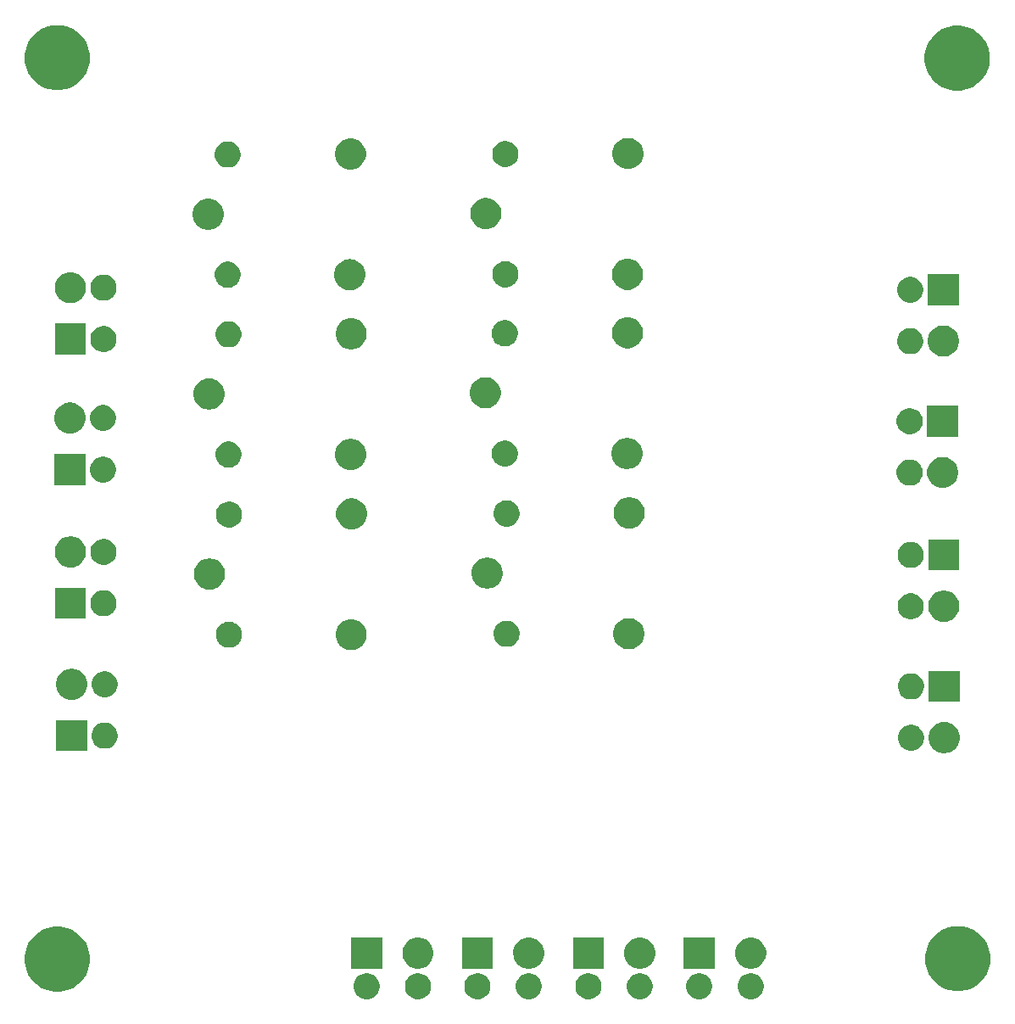
<source format=gbr>
G04 #@! TF.GenerationSoftware,KiCad,Pcbnew,(5.1.5)-3*
G04 #@! TF.CreationDate,2020-09-18T03:25:39-03:00*
G04 #@! TF.ProjectId,SET-RESET,5345542d-5245-4534-9554-2e6b69636164,rev?*
G04 #@! TF.SameCoordinates,Original*
G04 #@! TF.FileFunction,Soldermask,Bot*
G04 #@! TF.FilePolarity,Negative*
%FSLAX46Y46*%
G04 Gerber Fmt 4.6, Leading zero omitted, Abs format (unit mm)*
G04 Created by KiCad (PCBNEW (5.1.5)-3) date 2020-09-18 03:25:39*
%MOMM*%
%LPD*%
G04 APERTURE LIST*
%ADD10C,0.100000*%
G04 APERTURE END LIST*
D10*
G36*
X185545487Y-121430996D02*
G01*
X185782253Y-121529068D01*
X185782255Y-121529069D01*
X185995339Y-121671447D01*
X186176553Y-121852661D01*
X186316423Y-122061991D01*
X186318932Y-122065747D01*
X186417004Y-122302513D01*
X186467000Y-122553861D01*
X186467000Y-122810139D01*
X186417004Y-123061487D01*
X186318932Y-123298253D01*
X186318931Y-123298255D01*
X186176553Y-123511339D01*
X185995339Y-123692553D01*
X185782255Y-123834931D01*
X185782254Y-123834932D01*
X185782253Y-123834932D01*
X185545487Y-123933004D01*
X185294139Y-123983000D01*
X185037861Y-123983000D01*
X184786513Y-123933004D01*
X184549747Y-123834932D01*
X184549746Y-123834932D01*
X184549745Y-123834931D01*
X184336661Y-123692553D01*
X184155447Y-123511339D01*
X184013069Y-123298255D01*
X184013068Y-123298253D01*
X183914996Y-123061487D01*
X183865000Y-122810139D01*
X183865000Y-122553861D01*
X183914996Y-122302513D01*
X184013068Y-122065747D01*
X184015578Y-122061991D01*
X184155447Y-121852661D01*
X184336661Y-121671447D01*
X184549745Y-121529069D01*
X184549747Y-121529068D01*
X184786513Y-121430996D01*
X185037861Y-121381000D01*
X185294139Y-121381000D01*
X185545487Y-121430996D01*
G37*
G36*
X218768687Y-121430996D02*
G01*
X219005453Y-121529068D01*
X219005455Y-121529069D01*
X219218539Y-121671447D01*
X219399753Y-121852661D01*
X219539623Y-122061991D01*
X219542132Y-122065747D01*
X219640204Y-122302513D01*
X219690200Y-122553861D01*
X219690200Y-122810139D01*
X219640204Y-123061487D01*
X219542132Y-123298253D01*
X219542131Y-123298255D01*
X219399753Y-123511339D01*
X219218539Y-123692553D01*
X219005455Y-123834931D01*
X219005454Y-123834932D01*
X219005453Y-123834932D01*
X218768687Y-123933004D01*
X218517339Y-123983000D01*
X218261061Y-123983000D01*
X218009713Y-123933004D01*
X217772947Y-123834932D01*
X217772946Y-123834932D01*
X217772945Y-123834931D01*
X217559861Y-123692553D01*
X217378647Y-123511339D01*
X217236269Y-123298255D01*
X217236268Y-123298253D01*
X217138196Y-123061487D01*
X217088200Y-122810139D01*
X217088200Y-122553861D01*
X217138196Y-122302513D01*
X217236268Y-122065747D01*
X217238778Y-122061991D01*
X217378647Y-121852661D01*
X217559861Y-121671447D01*
X217772945Y-121529069D01*
X217772947Y-121529068D01*
X218009713Y-121430996D01*
X218261061Y-121381000D01*
X218517339Y-121381000D01*
X218768687Y-121430996D01*
G37*
G36*
X223899487Y-121430996D02*
G01*
X224136253Y-121529068D01*
X224136255Y-121529069D01*
X224349339Y-121671447D01*
X224530553Y-121852661D01*
X224670423Y-122061991D01*
X224672932Y-122065747D01*
X224771004Y-122302513D01*
X224821000Y-122553861D01*
X224821000Y-122810139D01*
X224771004Y-123061487D01*
X224672932Y-123298253D01*
X224672931Y-123298255D01*
X224530553Y-123511339D01*
X224349339Y-123692553D01*
X224136255Y-123834931D01*
X224136254Y-123834932D01*
X224136253Y-123834932D01*
X223899487Y-123933004D01*
X223648139Y-123983000D01*
X223391861Y-123983000D01*
X223140513Y-123933004D01*
X222903747Y-123834932D01*
X222903746Y-123834932D01*
X222903745Y-123834931D01*
X222690661Y-123692553D01*
X222509447Y-123511339D01*
X222367069Y-123298255D01*
X222367068Y-123298253D01*
X222268996Y-123061487D01*
X222219000Y-122810139D01*
X222219000Y-122553861D01*
X222268996Y-122302513D01*
X222367068Y-122065747D01*
X222369578Y-122061991D01*
X222509447Y-121852661D01*
X222690661Y-121671447D01*
X222903745Y-121529069D01*
X222903747Y-121529068D01*
X223140513Y-121430996D01*
X223391861Y-121381000D01*
X223648139Y-121381000D01*
X223899487Y-121430996D01*
G37*
G36*
X212825087Y-121430996D02*
G01*
X213061853Y-121529068D01*
X213061855Y-121529069D01*
X213274939Y-121671447D01*
X213456153Y-121852661D01*
X213596023Y-122061991D01*
X213598532Y-122065747D01*
X213696604Y-122302513D01*
X213746600Y-122553861D01*
X213746600Y-122810139D01*
X213696604Y-123061487D01*
X213598532Y-123298253D01*
X213598531Y-123298255D01*
X213456153Y-123511339D01*
X213274939Y-123692553D01*
X213061855Y-123834931D01*
X213061854Y-123834932D01*
X213061853Y-123834932D01*
X212825087Y-123933004D01*
X212573739Y-123983000D01*
X212317461Y-123983000D01*
X212066113Y-123933004D01*
X211829347Y-123834932D01*
X211829346Y-123834932D01*
X211829345Y-123834931D01*
X211616261Y-123692553D01*
X211435047Y-123511339D01*
X211292669Y-123298255D01*
X211292668Y-123298253D01*
X211194596Y-123061487D01*
X211144600Y-122810139D01*
X211144600Y-122553861D01*
X211194596Y-122302513D01*
X211292668Y-122065747D01*
X211295178Y-122061991D01*
X211435047Y-121852661D01*
X211616261Y-121671447D01*
X211829345Y-121529069D01*
X211829347Y-121529068D01*
X212066113Y-121430996D01*
X212317461Y-121381000D01*
X212573739Y-121381000D01*
X212825087Y-121430996D01*
G37*
G36*
X207694287Y-121430996D02*
G01*
X207931053Y-121529068D01*
X207931055Y-121529069D01*
X208144139Y-121671447D01*
X208325353Y-121852661D01*
X208465223Y-122061991D01*
X208467732Y-122065747D01*
X208565804Y-122302513D01*
X208615800Y-122553861D01*
X208615800Y-122810139D01*
X208565804Y-123061487D01*
X208467732Y-123298253D01*
X208467731Y-123298255D01*
X208325353Y-123511339D01*
X208144139Y-123692553D01*
X207931055Y-123834931D01*
X207931054Y-123834932D01*
X207931053Y-123834932D01*
X207694287Y-123933004D01*
X207442939Y-123983000D01*
X207186661Y-123983000D01*
X206935313Y-123933004D01*
X206698547Y-123834932D01*
X206698546Y-123834932D01*
X206698545Y-123834931D01*
X206485461Y-123692553D01*
X206304247Y-123511339D01*
X206161869Y-123298255D01*
X206161868Y-123298253D01*
X206063796Y-123061487D01*
X206013800Y-122810139D01*
X206013800Y-122553861D01*
X206063796Y-122302513D01*
X206161868Y-122065747D01*
X206164378Y-122061991D01*
X206304247Y-121852661D01*
X206485461Y-121671447D01*
X206698545Y-121529069D01*
X206698547Y-121529068D01*
X206935313Y-121430996D01*
X207186661Y-121381000D01*
X207442939Y-121381000D01*
X207694287Y-121430996D01*
G37*
G36*
X201750687Y-121430996D02*
G01*
X201987453Y-121529068D01*
X201987455Y-121529069D01*
X202200539Y-121671447D01*
X202381753Y-121852661D01*
X202521623Y-122061991D01*
X202524132Y-122065747D01*
X202622204Y-122302513D01*
X202672200Y-122553861D01*
X202672200Y-122810139D01*
X202622204Y-123061487D01*
X202524132Y-123298253D01*
X202524131Y-123298255D01*
X202381753Y-123511339D01*
X202200539Y-123692553D01*
X201987455Y-123834931D01*
X201987454Y-123834932D01*
X201987453Y-123834932D01*
X201750687Y-123933004D01*
X201499339Y-123983000D01*
X201243061Y-123983000D01*
X200991713Y-123933004D01*
X200754947Y-123834932D01*
X200754946Y-123834932D01*
X200754945Y-123834931D01*
X200541861Y-123692553D01*
X200360647Y-123511339D01*
X200218269Y-123298255D01*
X200218268Y-123298253D01*
X200120196Y-123061487D01*
X200070200Y-122810139D01*
X200070200Y-122553861D01*
X200120196Y-122302513D01*
X200218268Y-122065747D01*
X200220778Y-122061991D01*
X200360647Y-121852661D01*
X200541861Y-121671447D01*
X200754945Y-121529069D01*
X200754947Y-121529068D01*
X200991713Y-121430996D01*
X201243061Y-121381000D01*
X201499339Y-121381000D01*
X201750687Y-121430996D01*
G37*
G36*
X196619887Y-121430996D02*
G01*
X196856653Y-121529068D01*
X196856655Y-121529069D01*
X197069739Y-121671447D01*
X197250953Y-121852661D01*
X197390823Y-122061991D01*
X197393332Y-122065747D01*
X197491404Y-122302513D01*
X197541400Y-122553861D01*
X197541400Y-122810139D01*
X197491404Y-123061487D01*
X197393332Y-123298253D01*
X197393331Y-123298255D01*
X197250953Y-123511339D01*
X197069739Y-123692553D01*
X196856655Y-123834931D01*
X196856654Y-123834932D01*
X196856653Y-123834932D01*
X196619887Y-123933004D01*
X196368539Y-123983000D01*
X196112261Y-123983000D01*
X195860913Y-123933004D01*
X195624147Y-123834932D01*
X195624146Y-123834932D01*
X195624145Y-123834931D01*
X195411061Y-123692553D01*
X195229847Y-123511339D01*
X195087469Y-123298255D01*
X195087468Y-123298253D01*
X194989396Y-123061487D01*
X194939400Y-122810139D01*
X194939400Y-122553861D01*
X194989396Y-122302513D01*
X195087468Y-122065747D01*
X195089978Y-122061991D01*
X195229847Y-121852661D01*
X195411061Y-121671447D01*
X195624145Y-121529069D01*
X195624147Y-121529068D01*
X195860913Y-121430996D01*
X196112261Y-121381000D01*
X196368539Y-121381000D01*
X196619887Y-121430996D01*
G37*
G36*
X190676287Y-121430996D02*
G01*
X190913053Y-121529068D01*
X190913055Y-121529069D01*
X191126139Y-121671447D01*
X191307353Y-121852661D01*
X191447223Y-122061991D01*
X191449732Y-122065747D01*
X191547804Y-122302513D01*
X191597800Y-122553861D01*
X191597800Y-122810139D01*
X191547804Y-123061487D01*
X191449732Y-123298253D01*
X191449731Y-123298255D01*
X191307353Y-123511339D01*
X191126139Y-123692553D01*
X190913055Y-123834931D01*
X190913054Y-123834932D01*
X190913053Y-123834932D01*
X190676287Y-123933004D01*
X190424939Y-123983000D01*
X190168661Y-123983000D01*
X189917313Y-123933004D01*
X189680547Y-123834932D01*
X189680546Y-123834932D01*
X189680545Y-123834931D01*
X189467461Y-123692553D01*
X189286247Y-123511339D01*
X189143869Y-123298255D01*
X189143868Y-123298253D01*
X189045796Y-123061487D01*
X188995800Y-122810139D01*
X188995800Y-122553861D01*
X189045796Y-122302513D01*
X189143868Y-122065747D01*
X189146378Y-122061991D01*
X189286247Y-121852661D01*
X189467461Y-121671447D01*
X189680545Y-121529069D01*
X189680547Y-121529068D01*
X189917313Y-121430996D01*
X190168661Y-121381000D01*
X190424939Y-121381000D01*
X190676287Y-121430996D01*
G37*
G36*
X154913839Y-116801067D02*
G01*
X155227882Y-116863534D01*
X155819526Y-117108601D01*
X156109123Y-117302104D01*
X156351991Y-117464383D01*
X156804817Y-117917209D01*
X156841740Y-117972468D01*
X157160599Y-118449674D01*
X157384624Y-118990519D01*
X157405666Y-119041319D01*
X157530600Y-119669403D01*
X157530600Y-120309797D01*
X157475910Y-120584740D01*
X157405666Y-120937882D01*
X157160599Y-121529526D01*
X156912865Y-121900285D01*
X156822500Y-122035527D01*
X156804816Y-122061992D01*
X156351992Y-122514816D01*
X155819526Y-122870599D01*
X155227882Y-123115666D01*
X154913839Y-123178133D01*
X154599797Y-123240600D01*
X153959403Y-123240600D01*
X153645361Y-123178133D01*
X153331318Y-123115666D01*
X152739674Y-122870599D01*
X152207208Y-122514816D01*
X151754384Y-122061992D01*
X151736701Y-122035527D01*
X151646335Y-121900285D01*
X151398601Y-121529526D01*
X151153534Y-120937882D01*
X151083290Y-120584740D01*
X151028600Y-120309797D01*
X151028600Y-119669403D01*
X151153534Y-119041319D01*
X151174576Y-118990519D01*
X151398601Y-118449674D01*
X151717460Y-117972468D01*
X151754383Y-117917209D01*
X152207209Y-117464383D01*
X152450077Y-117302104D01*
X152739674Y-117108601D01*
X153331318Y-116863534D01*
X153645361Y-116801067D01*
X153959403Y-116738600D01*
X154599797Y-116738600D01*
X154913839Y-116801067D01*
G37*
G36*
X244771185Y-116738600D02*
G01*
X245143882Y-116812734D01*
X245735526Y-117057801D01*
X246135673Y-117325171D01*
X246267991Y-117413583D01*
X246720817Y-117866409D01*
X246754760Y-117917208D01*
X247076599Y-118398874D01*
X247321666Y-118990518D01*
X247321666Y-118990519D01*
X247446600Y-119618603D01*
X247446600Y-120258997D01*
X247413924Y-120423268D01*
X247321666Y-120887082D01*
X247076599Y-121478726D01*
X246849764Y-121818208D01*
X246745566Y-121974152D01*
X246720816Y-122011192D01*
X246267992Y-122464016D01*
X245735526Y-122819799D01*
X245143882Y-123064866D01*
X244888493Y-123115666D01*
X244515797Y-123189800D01*
X243875403Y-123189800D01*
X243502707Y-123115666D01*
X243247318Y-123064866D01*
X242655674Y-122819799D01*
X242123208Y-122464016D01*
X241670384Y-122011192D01*
X241645635Y-121974152D01*
X241541436Y-121818208D01*
X241314601Y-121478726D01*
X241069534Y-120887082D01*
X240977276Y-120423268D01*
X240944600Y-120258997D01*
X240944600Y-119618603D01*
X241069534Y-118990519D01*
X241069534Y-118990518D01*
X241314601Y-118398874D01*
X241636440Y-117917208D01*
X241670383Y-117866409D01*
X242123209Y-117413583D01*
X242255527Y-117325171D01*
X242655674Y-117057801D01*
X243247318Y-116812734D01*
X243620015Y-116738600D01*
X243875403Y-116687800D01*
X244515797Y-116687800D01*
X244771185Y-116738600D01*
G37*
G36*
X212660283Y-117842073D02*
G01*
X212894210Y-117888604D01*
X213176474Y-118005521D01*
X213430505Y-118175259D01*
X213646541Y-118391295D01*
X213816279Y-118645326D01*
X213933196Y-118927590D01*
X213933196Y-118927591D01*
X213992800Y-119227239D01*
X213992800Y-119532761D01*
X213975725Y-119618603D01*
X213933196Y-119832410D01*
X213816279Y-120114674D01*
X213646541Y-120368705D01*
X213430505Y-120584741D01*
X213176474Y-120754479D01*
X212894210Y-120871396D01*
X212815356Y-120887081D01*
X212594561Y-120931000D01*
X212289039Y-120931000D01*
X212068244Y-120887081D01*
X211989390Y-120871396D01*
X211707126Y-120754479D01*
X211453095Y-120584741D01*
X211237059Y-120368705D01*
X211067321Y-120114674D01*
X210950404Y-119832410D01*
X210907875Y-119618603D01*
X210890800Y-119532761D01*
X210890800Y-119227239D01*
X210950404Y-118927591D01*
X210950404Y-118927590D01*
X211067321Y-118645326D01*
X211237059Y-118391295D01*
X211453095Y-118175259D01*
X211707126Y-118005521D01*
X211989390Y-117888604D01*
X212223317Y-117842073D01*
X212289039Y-117829000D01*
X212594561Y-117829000D01*
X212660283Y-117842073D01*
G37*
G36*
X219940200Y-120931000D02*
G01*
X216838200Y-120931000D01*
X216838200Y-117829000D01*
X219940200Y-117829000D01*
X219940200Y-120931000D01*
G37*
G36*
X223734683Y-117842073D02*
G01*
X223968610Y-117888604D01*
X224250874Y-118005521D01*
X224504905Y-118175259D01*
X224720941Y-118391295D01*
X224890679Y-118645326D01*
X225007596Y-118927590D01*
X225007596Y-118927591D01*
X225067200Y-119227239D01*
X225067200Y-119532761D01*
X225050125Y-119618603D01*
X225007596Y-119832410D01*
X224890679Y-120114674D01*
X224720941Y-120368705D01*
X224504905Y-120584741D01*
X224250874Y-120754479D01*
X223968610Y-120871396D01*
X223889756Y-120887081D01*
X223668961Y-120931000D01*
X223363439Y-120931000D01*
X223142644Y-120887081D01*
X223063790Y-120871396D01*
X222781526Y-120754479D01*
X222527495Y-120584741D01*
X222311459Y-120368705D01*
X222141721Y-120114674D01*
X222024804Y-119832410D01*
X221982275Y-119618603D01*
X221965200Y-119532761D01*
X221965200Y-119227239D01*
X222024804Y-118927591D01*
X222024804Y-118927590D01*
X222141721Y-118645326D01*
X222311459Y-118391295D01*
X222527495Y-118175259D01*
X222781526Y-118005521D01*
X223063790Y-117888604D01*
X223297717Y-117842073D01*
X223363439Y-117829000D01*
X223668961Y-117829000D01*
X223734683Y-117842073D01*
G37*
G36*
X208865800Y-120931000D02*
G01*
X205763800Y-120931000D01*
X205763800Y-117829000D01*
X208865800Y-117829000D01*
X208865800Y-120931000D01*
G37*
G36*
X197791400Y-120931000D02*
G01*
X194689400Y-120931000D01*
X194689400Y-117829000D01*
X197791400Y-117829000D01*
X197791400Y-120931000D01*
G37*
G36*
X201585883Y-117842073D02*
G01*
X201819810Y-117888604D01*
X202102074Y-118005521D01*
X202356105Y-118175259D01*
X202572141Y-118391295D01*
X202741879Y-118645326D01*
X202858796Y-118927590D01*
X202858796Y-118927591D01*
X202918400Y-119227239D01*
X202918400Y-119532761D01*
X202901325Y-119618603D01*
X202858796Y-119832410D01*
X202741879Y-120114674D01*
X202572141Y-120368705D01*
X202356105Y-120584741D01*
X202102074Y-120754479D01*
X201819810Y-120871396D01*
X201740956Y-120887081D01*
X201520161Y-120931000D01*
X201214639Y-120931000D01*
X200993844Y-120887081D01*
X200914990Y-120871396D01*
X200632726Y-120754479D01*
X200378695Y-120584741D01*
X200162659Y-120368705D01*
X199992921Y-120114674D01*
X199876004Y-119832410D01*
X199833475Y-119618603D01*
X199816400Y-119532761D01*
X199816400Y-119227239D01*
X199876004Y-118927591D01*
X199876004Y-118927590D01*
X199992921Y-118645326D01*
X200162659Y-118391295D01*
X200378695Y-118175259D01*
X200632726Y-118005521D01*
X200914990Y-117888604D01*
X201148917Y-117842073D01*
X201214639Y-117829000D01*
X201520161Y-117829000D01*
X201585883Y-117842073D01*
G37*
G36*
X186717000Y-120931000D02*
G01*
X183615000Y-120931000D01*
X183615000Y-117829000D01*
X186717000Y-117829000D01*
X186717000Y-120931000D01*
G37*
G36*
X190511483Y-117842073D02*
G01*
X190745410Y-117888604D01*
X191027674Y-118005521D01*
X191281705Y-118175259D01*
X191497741Y-118391295D01*
X191667479Y-118645326D01*
X191784396Y-118927590D01*
X191784396Y-118927591D01*
X191844000Y-119227239D01*
X191844000Y-119532761D01*
X191826925Y-119618603D01*
X191784396Y-119832410D01*
X191667479Y-120114674D01*
X191497741Y-120368705D01*
X191281705Y-120584741D01*
X191027674Y-120754479D01*
X190745410Y-120871396D01*
X190666556Y-120887081D01*
X190445761Y-120931000D01*
X190140239Y-120931000D01*
X189919444Y-120887081D01*
X189840590Y-120871396D01*
X189558326Y-120754479D01*
X189304295Y-120584741D01*
X189088259Y-120368705D01*
X188918521Y-120114674D01*
X188801604Y-119832410D01*
X188759075Y-119618603D01*
X188742000Y-119532761D01*
X188742000Y-119227239D01*
X188801604Y-118927591D01*
X188801604Y-118927590D01*
X188918521Y-118645326D01*
X189088259Y-118391295D01*
X189304295Y-118175259D01*
X189558326Y-118005521D01*
X189840590Y-117888604D01*
X190074517Y-117842073D01*
X190140239Y-117829000D01*
X190445761Y-117829000D01*
X190511483Y-117842073D01*
G37*
G36*
X243126585Y-96366602D02*
G01*
X243276410Y-96396404D01*
X243558674Y-96513321D01*
X243812705Y-96683059D01*
X244028741Y-96899095D01*
X244198479Y-97153126D01*
X244315396Y-97435390D01*
X244375000Y-97735040D01*
X244375000Y-98040560D01*
X244315396Y-98340210D01*
X244198479Y-98622474D01*
X244028741Y-98876505D01*
X243812705Y-99092541D01*
X243558674Y-99262279D01*
X243276410Y-99379196D01*
X243126585Y-99408998D01*
X242976761Y-99438800D01*
X242671239Y-99438800D01*
X242521415Y-99408998D01*
X242371590Y-99379196D01*
X242089326Y-99262279D01*
X241835295Y-99092541D01*
X241619259Y-98876505D01*
X241449521Y-98622474D01*
X241332604Y-98340210D01*
X241273000Y-98040560D01*
X241273000Y-97735040D01*
X241332604Y-97435390D01*
X241449521Y-97153126D01*
X241619259Y-96899095D01*
X241835295Y-96683059D01*
X242089326Y-96513321D01*
X242371590Y-96396404D01*
X242521415Y-96366602D01*
X242671239Y-96336800D01*
X242976761Y-96336800D01*
X243126585Y-96366602D01*
G37*
G36*
X157253000Y-99239400D02*
G01*
X154151000Y-99239400D01*
X154151000Y-96137400D01*
X157253000Y-96137400D01*
X157253000Y-99239400D01*
G37*
G36*
X239901487Y-96640596D02*
G01*
X240138253Y-96738668D01*
X240138255Y-96738669D01*
X240318435Y-96859061D01*
X240351339Y-96881047D01*
X240532553Y-97062261D01*
X240674932Y-97275347D01*
X240773004Y-97512113D01*
X240823000Y-97763461D01*
X240823000Y-98019739D01*
X240773004Y-98271087D01*
X240744372Y-98340210D01*
X240674931Y-98507855D01*
X240532553Y-98720939D01*
X240351339Y-98902153D01*
X240138255Y-99044531D01*
X240138254Y-99044532D01*
X240138253Y-99044532D01*
X239901487Y-99142604D01*
X239650139Y-99192600D01*
X239393861Y-99192600D01*
X239142513Y-99142604D01*
X238905747Y-99044532D01*
X238905746Y-99044532D01*
X238905745Y-99044531D01*
X238692661Y-98902153D01*
X238511447Y-98720939D01*
X238369069Y-98507855D01*
X238299628Y-98340210D01*
X238270996Y-98271087D01*
X238221000Y-98019739D01*
X238221000Y-97763461D01*
X238270996Y-97512113D01*
X238369068Y-97275347D01*
X238511447Y-97062261D01*
X238692661Y-96881047D01*
X238725565Y-96859061D01*
X238905745Y-96738669D01*
X238905747Y-96738668D01*
X239142513Y-96640596D01*
X239393861Y-96590600D01*
X239650139Y-96590600D01*
X239901487Y-96640596D01*
G37*
G36*
X159383487Y-96437396D02*
G01*
X159620253Y-96535468D01*
X159620255Y-96535469D01*
X159833339Y-96677847D01*
X160014553Y-96859061D01*
X160150327Y-97062261D01*
X160156932Y-97072147D01*
X160255004Y-97308913D01*
X160305000Y-97560261D01*
X160305000Y-97816539D01*
X160255004Y-98067887D01*
X160170835Y-98271088D01*
X160156931Y-98304655D01*
X160014553Y-98517739D01*
X159833339Y-98698953D01*
X159620255Y-98841331D01*
X159620254Y-98841332D01*
X159620253Y-98841332D01*
X159383487Y-98939404D01*
X159132139Y-98989400D01*
X158875861Y-98989400D01*
X158624513Y-98939404D01*
X158387747Y-98841332D01*
X158387746Y-98841332D01*
X158387745Y-98841331D01*
X158174661Y-98698953D01*
X157993447Y-98517739D01*
X157851069Y-98304655D01*
X157837165Y-98271088D01*
X157752996Y-98067887D01*
X157703000Y-97816539D01*
X157703000Y-97560261D01*
X157752996Y-97308913D01*
X157851068Y-97072147D01*
X157857674Y-97062261D01*
X157993447Y-96859061D01*
X158174661Y-96677847D01*
X158387745Y-96535469D01*
X158387747Y-96535468D01*
X158624513Y-96437396D01*
X158875861Y-96387400D01*
X159132139Y-96387400D01*
X159383487Y-96437396D01*
G37*
G36*
X244375000Y-94311800D02*
G01*
X241273000Y-94311800D01*
X241273000Y-91209800D01*
X244375000Y-91209800D01*
X244375000Y-94311800D01*
G37*
G36*
X156004585Y-91040202D02*
G01*
X156154410Y-91070004D01*
X156436674Y-91186921D01*
X156690705Y-91356659D01*
X156906741Y-91572695D01*
X157076479Y-91826726D01*
X157193396Y-92108990D01*
X157253000Y-92408640D01*
X157253000Y-92714160D01*
X157193396Y-93013810D01*
X157076479Y-93296074D01*
X156906741Y-93550105D01*
X156690705Y-93766141D01*
X156436674Y-93935879D01*
X156154410Y-94052796D01*
X156004585Y-94082598D01*
X155854761Y-94112400D01*
X155549239Y-94112400D01*
X155399415Y-94082598D01*
X155249590Y-94052796D01*
X154967326Y-93935879D01*
X154713295Y-93766141D01*
X154497259Y-93550105D01*
X154327521Y-93296074D01*
X154210604Y-93013810D01*
X154151000Y-92714160D01*
X154151000Y-92408640D01*
X154210604Y-92108990D01*
X154327521Y-91826726D01*
X154497259Y-91572695D01*
X154713295Y-91356659D01*
X154967326Y-91186921D01*
X155249590Y-91070004D01*
X155399415Y-91040202D01*
X155549239Y-91010400D01*
X155854761Y-91010400D01*
X156004585Y-91040202D01*
G37*
G36*
X239901487Y-91509796D02*
G01*
X240138253Y-91607868D01*
X240138255Y-91607869D01*
X240351339Y-91750247D01*
X240532553Y-91931461D01*
X240651175Y-92108991D01*
X240674932Y-92144547D01*
X240773004Y-92381313D01*
X240823000Y-92632661D01*
X240823000Y-92888939D01*
X240773004Y-93140287D01*
X240674932Y-93377053D01*
X240674931Y-93377055D01*
X240532553Y-93590139D01*
X240351339Y-93771353D01*
X240138255Y-93913731D01*
X240138254Y-93913732D01*
X240138253Y-93913732D01*
X239901487Y-94011804D01*
X239650139Y-94061800D01*
X239393861Y-94061800D01*
X239142513Y-94011804D01*
X238905747Y-93913732D01*
X238905746Y-93913732D01*
X238905745Y-93913731D01*
X238692661Y-93771353D01*
X238511447Y-93590139D01*
X238369069Y-93377055D01*
X238369068Y-93377053D01*
X238270996Y-93140287D01*
X238221000Y-92888939D01*
X238221000Y-92632661D01*
X238270996Y-92381313D01*
X238369068Y-92144547D01*
X238392826Y-92108991D01*
X238511447Y-91931461D01*
X238692661Y-91750247D01*
X238905745Y-91607869D01*
X238905747Y-91607868D01*
X239142513Y-91509796D01*
X239393861Y-91459800D01*
X239650139Y-91459800D01*
X239901487Y-91509796D01*
G37*
G36*
X159383487Y-91306596D02*
G01*
X159620253Y-91404668D01*
X159620255Y-91404669D01*
X159833339Y-91547047D01*
X160014553Y-91728261D01*
X160150327Y-91931461D01*
X160156932Y-91941347D01*
X160255004Y-92178113D01*
X160305000Y-92429461D01*
X160305000Y-92685739D01*
X160255004Y-92937087D01*
X160170835Y-93140288D01*
X160156931Y-93173855D01*
X160014553Y-93386939D01*
X159833339Y-93568153D01*
X159620255Y-93710531D01*
X159620254Y-93710532D01*
X159620253Y-93710532D01*
X159383487Y-93808604D01*
X159132139Y-93858600D01*
X158875861Y-93858600D01*
X158624513Y-93808604D01*
X158387747Y-93710532D01*
X158387746Y-93710532D01*
X158387745Y-93710531D01*
X158174661Y-93568153D01*
X157993447Y-93386939D01*
X157851069Y-93173855D01*
X157837165Y-93140288D01*
X157752996Y-92937087D01*
X157703000Y-92685739D01*
X157703000Y-92429461D01*
X157752996Y-92178113D01*
X157851068Y-91941347D01*
X157857674Y-91931461D01*
X157993447Y-91728261D01*
X158174661Y-91547047D01*
X158387745Y-91404669D01*
X158387747Y-91404668D01*
X158624513Y-91306596D01*
X158875861Y-91256600D01*
X159132139Y-91256600D01*
X159383487Y-91306596D01*
G37*
G36*
X183894467Y-86086200D02*
G01*
X184082510Y-86123604D01*
X184364774Y-86240521D01*
X184618805Y-86410259D01*
X184834841Y-86626295D01*
X185004579Y-86880326D01*
X185121496Y-87162590D01*
X185181100Y-87462240D01*
X185181100Y-87767760D01*
X185121496Y-88067410D01*
X185004579Y-88349674D01*
X184834841Y-88603705D01*
X184618805Y-88819741D01*
X184364774Y-88989479D01*
X184082510Y-89106396D01*
X183932685Y-89136198D01*
X183782861Y-89166000D01*
X183477339Y-89166000D01*
X183327515Y-89136198D01*
X183177690Y-89106396D01*
X182895426Y-88989479D01*
X182641395Y-88819741D01*
X182425359Y-88603705D01*
X182255621Y-88349674D01*
X182138704Y-88067410D01*
X182079100Y-87767760D01*
X182079100Y-87462240D01*
X182138704Y-87162590D01*
X182255621Y-86880326D01*
X182425359Y-86626295D01*
X182641395Y-86410259D01*
X182895426Y-86240521D01*
X183177690Y-86123604D01*
X183365733Y-86086200D01*
X183477339Y-86064000D01*
X183782861Y-86064000D01*
X183894467Y-86086200D01*
G37*
G36*
X211613609Y-85986140D02*
G01*
X211793910Y-86022004D01*
X212076174Y-86138921D01*
X212330205Y-86308659D01*
X212546241Y-86524695D01*
X212715979Y-86778726D01*
X212832896Y-87060990D01*
X212892500Y-87360640D01*
X212892500Y-87666160D01*
X212832896Y-87965810D01*
X212715979Y-88248074D01*
X212546241Y-88502105D01*
X212330205Y-88718141D01*
X212076174Y-88887879D01*
X211793910Y-89004796D01*
X211644085Y-89034598D01*
X211494261Y-89064400D01*
X211188739Y-89064400D01*
X211038915Y-89034598D01*
X210889090Y-89004796D01*
X210606826Y-88887879D01*
X210352795Y-88718141D01*
X210136759Y-88502105D01*
X209967021Y-88248074D01*
X209850104Y-87965810D01*
X209790500Y-87666160D01*
X209790500Y-87360640D01*
X209850104Y-87060990D01*
X209967021Y-86778726D01*
X210136759Y-86524695D01*
X210352795Y-86308659D01*
X210606826Y-86138921D01*
X210889090Y-86022004D01*
X211069391Y-85986140D01*
X211188739Y-85962400D01*
X211494261Y-85962400D01*
X211613609Y-85986140D01*
G37*
G36*
X171809587Y-86363996D02*
G01*
X172046353Y-86462068D01*
X172046355Y-86462069D01*
X172140083Y-86524696D01*
X172259439Y-86604447D01*
X172440653Y-86785661D01*
X172583032Y-86998747D01*
X172681104Y-87235513D01*
X172731100Y-87486861D01*
X172731100Y-87743139D01*
X172681104Y-87994487D01*
X172650898Y-88067410D01*
X172583031Y-88231255D01*
X172440653Y-88444339D01*
X172259439Y-88625553D01*
X172046355Y-88767931D01*
X172046354Y-88767932D01*
X172046353Y-88767932D01*
X171809587Y-88866004D01*
X171558239Y-88916000D01*
X171301961Y-88916000D01*
X171050613Y-88866004D01*
X170813847Y-88767932D01*
X170813846Y-88767932D01*
X170813845Y-88767931D01*
X170600761Y-88625553D01*
X170419547Y-88444339D01*
X170277169Y-88231255D01*
X170209302Y-88067410D01*
X170179096Y-87994487D01*
X170129100Y-87743139D01*
X170129100Y-87486861D01*
X170179096Y-87235513D01*
X170277168Y-86998747D01*
X170419547Y-86785661D01*
X170600761Y-86604447D01*
X170720117Y-86524696D01*
X170813845Y-86462069D01*
X170813847Y-86462068D01*
X171050613Y-86363996D01*
X171301961Y-86314000D01*
X171558239Y-86314000D01*
X171809587Y-86363996D01*
G37*
G36*
X199520987Y-86262396D02*
G01*
X199757753Y-86360468D01*
X199757755Y-86360469D01*
X199909809Y-86462068D01*
X199970839Y-86502847D01*
X200152053Y-86684061D01*
X200294432Y-86897147D01*
X200392504Y-87133913D01*
X200442500Y-87385261D01*
X200442500Y-87641539D01*
X200392504Y-87892887D01*
X200350419Y-87994488D01*
X200294431Y-88129655D01*
X200152053Y-88342739D01*
X199970839Y-88523953D01*
X199757755Y-88666331D01*
X199757754Y-88666332D01*
X199757753Y-88666332D01*
X199520987Y-88764404D01*
X199269639Y-88814400D01*
X199013361Y-88814400D01*
X198762013Y-88764404D01*
X198525247Y-88666332D01*
X198525246Y-88666332D01*
X198525245Y-88666331D01*
X198312161Y-88523953D01*
X198130947Y-88342739D01*
X197988569Y-88129655D01*
X197932581Y-87994488D01*
X197890496Y-87892887D01*
X197840500Y-87641539D01*
X197840500Y-87385261D01*
X197890496Y-87133913D01*
X197988568Y-86897147D01*
X198130947Y-86684061D01*
X198312161Y-86502847D01*
X198373191Y-86462068D01*
X198525245Y-86360469D01*
X198525247Y-86360468D01*
X198762013Y-86262396D01*
X199013361Y-86212400D01*
X199269639Y-86212400D01*
X199520987Y-86262396D01*
G37*
G36*
X243101185Y-83260202D02*
G01*
X243251010Y-83290004D01*
X243533274Y-83406921D01*
X243787305Y-83576659D01*
X244003341Y-83792695D01*
X244173079Y-84046726D01*
X244289996Y-84328990D01*
X244349600Y-84628640D01*
X244349600Y-84934160D01*
X244289996Y-85233810D01*
X244173079Y-85516074D01*
X244003341Y-85770105D01*
X243787305Y-85986141D01*
X243533274Y-86155879D01*
X243251010Y-86272796D01*
X243101185Y-86302598D01*
X242951361Y-86332400D01*
X242645839Y-86332400D01*
X242496015Y-86302598D01*
X242346190Y-86272796D01*
X242063926Y-86155879D01*
X241809895Y-85986141D01*
X241593859Y-85770105D01*
X241424121Y-85516074D01*
X241307204Y-85233810D01*
X241247600Y-84934160D01*
X241247600Y-84628640D01*
X241307204Y-84328990D01*
X241424121Y-84046726D01*
X241593859Y-83792695D01*
X241809895Y-83576659D01*
X242063926Y-83406921D01*
X242346190Y-83290004D01*
X242496015Y-83260202D01*
X242645839Y-83230400D01*
X242951361Y-83230400D01*
X243101185Y-83260202D01*
G37*
G36*
X239876087Y-83534196D02*
G01*
X240112853Y-83632268D01*
X240112855Y-83632269D01*
X240325939Y-83774647D01*
X240507153Y-83955861D01*
X240604074Y-84100913D01*
X240649532Y-84168947D01*
X240747604Y-84405713D01*
X240797600Y-84657061D01*
X240797600Y-84913339D01*
X240747604Y-85164687D01*
X240718972Y-85233810D01*
X240649531Y-85401455D01*
X240507153Y-85614539D01*
X240325939Y-85795753D01*
X240112855Y-85938131D01*
X240112854Y-85938132D01*
X240112853Y-85938132D01*
X239876087Y-86036204D01*
X239624739Y-86086200D01*
X239368461Y-86086200D01*
X239117113Y-86036204D01*
X238880347Y-85938132D01*
X238880346Y-85938132D01*
X238880345Y-85938131D01*
X238667261Y-85795753D01*
X238486047Y-85614539D01*
X238343669Y-85401455D01*
X238274228Y-85233810D01*
X238245596Y-85164687D01*
X238195600Y-84913339D01*
X238195600Y-84657061D01*
X238245596Y-84405713D01*
X238343668Y-84168947D01*
X238389127Y-84100913D01*
X238486047Y-83955861D01*
X238667261Y-83774647D01*
X238880345Y-83632269D01*
X238880347Y-83632268D01*
X239117113Y-83534196D01*
X239368461Y-83484200D01*
X239624739Y-83484200D01*
X239876087Y-83534196D01*
G37*
G36*
X157151400Y-86031400D02*
G01*
X154049400Y-86031400D01*
X154049400Y-82929400D01*
X157151400Y-82929400D01*
X157151400Y-86031400D01*
G37*
G36*
X159281887Y-83229396D02*
G01*
X159518653Y-83327468D01*
X159518655Y-83327469D01*
X159731739Y-83469847D01*
X159912953Y-83651061D01*
X160007590Y-83792695D01*
X160055332Y-83864147D01*
X160153404Y-84100913D01*
X160203400Y-84352261D01*
X160203400Y-84608539D01*
X160153404Y-84859887D01*
X160055332Y-85096653D01*
X160055331Y-85096655D01*
X159912953Y-85309739D01*
X159731739Y-85490953D01*
X159518655Y-85633331D01*
X159518654Y-85633332D01*
X159518653Y-85633332D01*
X159281887Y-85731404D01*
X159030539Y-85781400D01*
X158774261Y-85781400D01*
X158522913Y-85731404D01*
X158286147Y-85633332D01*
X158286146Y-85633332D01*
X158286145Y-85633331D01*
X158073061Y-85490953D01*
X157891847Y-85309739D01*
X157749469Y-85096655D01*
X157749468Y-85096653D01*
X157651396Y-84859887D01*
X157601400Y-84608539D01*
X157601400Y-84352261D01*
X157651396Y-84100913D01*
X157749468Y-83864147D01*
X157797211Y-83792695D01*
X157891847Y-83651061D01*
X158073061Y-83469847D01*
X158286145Y-83327469D01*
X158286147Y-83327468D01*
X158522913Y-83229396D01*
X158774261Y-83179400D01*
X159030539Y-83179400D01*
X159281887Y-83229396D01*
G37*
G36*
X169732839Y-80033887D02*
G01*
X169932510Y-80073604D01*
X170214774Y-80190521D01*
X170468805Y-80360259D01*
X170684841Y-80576295D01*
X170854579Y-80830326D01*
X170971496Y-81112590D01*
X171031100Y-81412240D01*
X171031100Y-81717760D01*
X170971496Y-82017410D01*
X170854579Y-82299674D01*
X170684841Y-82553705D01*
X170468805Y-82769741D01*
X170214774Y-82939479D01*
X169932510Y-83056396D01*
X169782685Y-83086198D01*
X169632861Y-83116000D01*
X169327339Y-83116000D01*
X169177515Y-83086198D01*
X169027690Y-83056396D01*
X168745426Y-82939479D01*
X168491395Y-82769741D01*
X168275359Y-82553705D01*
X168105621Y-82299674D01*
X167988704Y-82017410D01*
X167929100Y-81717760D01*
X167929100Y-81412240D01*
X167988704Y-81112590D01*
X168105621Y-80830326D01*
X168275359Y-80576295D01*
X168491395Y-80360259D01*
X168745426Y-80190521D01*
X169027690Y-80073604D01*
X169227361Y-80033887D01*
X169327339Y-80014000D01*
X169632861Y-80014000D01*
X169732839Y-80033887D01*
G37*
G36*
X197494085Y-79942202D02*
G01*
X197643910Y-79972004D01*
X197926174Y-80088921D01*
X198180205Y-80258659D01*
X198396241Y-80474695D01*
X198565979Y-80728726D01*
X198682896Y-81010990D01*
X198682896Y-81010991D01*
X198721567Y-81205400D01*
X198742500Y-81310640D01*
X198742500Y-81616160D01*
X198682896Y-81915810D01*
X198565979Y-82198074D01*
X198396241Y-82452105D01*
X198180205Y-82668141D01*
X197926174Y-82837879D01*
X197643910Y-82954796D01*
X197494085Y-82984598D01*
X197344261Y-83014400D01*
X197038739Y-83014400D01*
X196888915Y-82984598D01*
X196739090Y-82954796D01*
X196456826Y-82837879D01*
X196202795Y-82668141D01*
X195986759Y-82452105D01*
X195817021Y-82198074D01*
X195700104Y-81915810D01*
X195640500Y-81616160D01*
X195640500Y-81310640D01*
X195661434Y-81205400D01*
X195700104Y-81010991D01*
X195700104Y-81010990D01*
X195817021Y-80728726D01*
X195986759Y-80474695D01*
X196202795Y-80258659D01*
X196456826Y-80088921D01*
X196739090Y-79972004D01*
X196888915Y-79942202D01*
X197038739Y-79912400D01*
X197344261Y-79912400D01*
X197494085Y-79942202D01*
G37*
G36*
X244349600Y-81205400D02*
G01*
X241247600Y-81205400D01*
X241247600Y-78103400D01*
X244349600Y-78103400D01*
X244349600Y-81205400D01*
G37*
G36*
X239876087Y-78403396D02*
G01*
X240112853Y-78501468D01*
X240112855Y-78501469D01*
X240325939Y-78643847D01*
X240507153Y-78825061D01*
X240604074Y-78970113D01*
X240649532Y-79038147D01*
X240747604Y-79274913D01*
X240797600Y-79526261D01*
X240797600Y-79782539D01*
X240747604Y-80033887D01*
X240649532Y-80270653D01*
X240649531Y-80270655D01*
X240507153Y-80483739D01*
X240325939Y-80664953D01*
X240112855Y-80807331D01*
X240112854Y-80807332D01*
X240112853Y-80807332D01*
X239876087Y-80905404D01*
X239624739Y-80955400D01*
X239368461Y-80955400D01*
X239117113Y-80905404D01*
X238880347Y-80807332D01*
X238880346Y-80807332D01*
X238880345Y-80807331D01*
X238667261Y-80664953D01*
X238486047Y-80483739D01*
X238343669Y-80270655D01*
X238343668Y-80270653D01*
X238245596Y-80033887D01*
X238195600Y-79782539D01*
X238195600Y-79526261D01*
X238245596Y-79274913D01*
X238343668Y-79038147D01*
X238389127Y-78970113D01*
X238486047Y-78825061D01*
X238667261Y-78643847D01*
X238880345Y-78501469D01*
X238880347Y-78501468D01*
X239117113Y-78403396D01*
X239368461Y-78353400D01*
X239624739Y-78353400D01*
X239876087Y-78403396D01*
G37*
G36*
X155902985Y-77832202D02*
G01*
X156052810Y-77862004D01*
X156335074Y-77978921D01*
X156589105Y-78148659D01*
X156805141Y-78364695D01*
X156974879Y-78618726D01*
X157091796Y-78900990D01*
X157151400Y-79200640D01*
X157151400Y-79506160D01*
X157091796Y-79805810D01*
X156974879Y-80088074D01*
X156805141Y-80342105D01*
X156589105Y-80558141D01*
X156335074Y-80727879D01*
X156052810Y-80844796D01*
X155902985Y-80874598D01*
X155753161Y-80904400D01*
X155447639Y-80904400D01*
X155297815Y-80874598D01*
X155147990Y-80844796D01*
X154865726Y-80727879D01*
X154611695Y-80558141D01*
X154395659Y-80342105D01*
X154225921Y-80088074D01*
X154109004Y-79805810D01*
X154049400Y-79506160D01*
X154049400Y-79200640D01*
X154109004Y-78900990D01*
X154225921Y-78618726D01*
X154395659Y-78364695D01*
X154611695Y-78148659D01*
X154865726Y-77978921D01*
X155147990Y-77862004D01*
X155297815Y-77832202D01*
X155447639Y-77802400D01*
X155753161Y-77802400D01*
X155902985Y-77832202D01*
G37*
G36*
X159281887Y-78098596D02*
G01*
X159518653Y-78196668D01*
X159518655Y-78196669D01*
X159731739Y-78339047D01*
X159912953Y-78520261D01*
X160055332Y-78733347D01*
X160153404Y-78970113D01*
X160203400Y-79221461D01*
X160203400Y-79477739D01*
X160153404Y-79729087D01*
X160121624Y-79805810D01*
X160055331Y-79965855D01*
X159912953Y-80178939D01*
X159731739Y-80360153D01*
X159518655Y-80502531D01*
X159518654Y-80502532D01*
X159518653Y-80502532D01*
X159281887Y-80600604D01*
X159030539Y-80650600D01*
X158774261Y-80650600D01*
X158522913Y-80600604D01*
X158286147Y-80502532D01*
X158286146Y-80502532D01*
X158286145Y-80502531D01*
X158073061Y-80360153D01*
X157891847Y-80178939D01*
X157749469Y-79965855D01*
X157683176Y-79805810D01*
X157651396Y-79729087D01*
X157601400Y-79477739D01*
X157601400Y-79221461D01*
X157651396Y-78970113D01*
X157749468Y-78733347D01*
X157891847Y-78520261D01*
X158073061Y-78339047D01*
X158286145Y-78196669D01*
X158286147Y-78196668D01*
X158522913Y-78098596D01*
X158774261Y-78048600D01*
X159030539Y-78048600D01*
X159281887Y-78098596D01*
G37*
G36*
X183982685Y-74043802D02*
G01*
X184132510Y-74073604D01*
X184414774Y-74190521D01*
X184668805Y-74360259D01*
X184884841Y-74576295D01*
X185054579Y-74830326D01*
X185171496Y-75112590D01*
X185231100Y-75412240D01*
X185231100Y-75717760D01*
X185171496Y-76017410D01*
X185054579Y-76299674D01*
X184884841Y-76553705D01*
X184668805Y-76769741D01*
X184414774Y-76939479D01*
X184132510Y-77056396D01*
X183982685Y-77086198D01*
X183832861Y-77116000D01*
X183527339Y-77116000D01*
X183377515Y-77086198D01*
X183227690Y-77056396D01*
X182945426Y-76939479D01*
X182691395Y-76769741D01*
X182475359Y-76553705D01*
X182305621Y-76299674D01*
X182188704Y-76017410D01*
X182129100Y-75717760D01*
X182129100Y-75412240D01*
X182188704Y-75112590D01*
X182305621Y-74830326D01*
X182475359Y-74576295D01*
X182691395Y-74360259D01*
X182945426Y-74190521D01*
X183227690Y-74073604D01*
X183377515Y-74043802D01*
X183527339Y-74014000D01*
X183832861Y-74014000D01*
X183982685Y-74043802D01*
G37*
G36*
X211694085Y-73942202D02*
G01*
X211843910Y-73972004D01*
X212126174Y-74088921D01*
X212380205Y-74258659D01*
X212596241Y-74474695D01*
X212765979Y-74728726D01*
X212882896Y-75010990D01*
X212942500Y-75310640D01*
X212942500Y-75616160D01*
X212882896Y-75915810D01*
X212765979Y-76198074D01*
X212596241Y-76452105D01*
X212380205Y-76668141D01*
X212126174Y-76837879D01*
X211843910Y-76954796D01*
X211694085Y-76984598D01*
X211544261Y-77014400D01*
X211238739Y-77014400D01*
X211088915Y-76984598D01*
X210939090Y-76954796D01*
X210656826Y-76837879D01*
X210402795Y-76668141D01*
X210186759Y-76452105D01*
X210017021Y-76198074D01*
X209900104Y-75915810D01*
X209840500Y-75616160D01*
X209840500Y-75310640D01*
X209900104Y-75010990D01*
X210017021Y-74728726D01*
X210186759Y-74474695D01*
X210402795Y-74258659D01*
X210656826Y-74088921D01*
X210939090Y-73972004D01*
X211088915Y-73942202D01*
X211238739Y-73912400D01*
X211544261Y-73912400D01*
X211694085Y-73942202D01*
G37*
G36*
X171809587Y-74363996D02*
G01*
X172046353Y-74462068D01*
X172046355Y-74462069D01*
X172217308Y-74576296D01*
X172259439Y-74604447D01*
X172440653Y-74785661D01*
X172583032Y-74998747D01*
X172681104Y-75235513D01*
X172731100Y-75486861D01*
X172731100Y-75743139D01*
X172681104Y-75994487D01*
X172625116Y-76129653D01*
X172583031Y-76231255D01*
X172440653Y-76444339D01*
X172259439Y-76625553D01*
X172046355Y-76767931D01*
X172046354Y-76767932D01*
X172046353Y-76767932D01*
X171809587Y-76866004D01*
X171558239Y-76916000D01*
X171301961Y-76916000D01*
X171050613Y-76866004D01*
X170813847Y-76767932D01*
X170813846Y-76767932D01*
X170813845Y-76767931D01*
X170600761Y-76625553D01*
X170419547Y-76444339D01*
X170277169Y-76231255D01*
X170235084Y-76129653D01*
X170179096Y-75994487D01*
X170129100Y-75743139D01*
X170129100Y-75486861D01*
X170179096Y-75235513D01*
X170277168Y-74998747D01*
X170419547Y-74785661D01*
X170600761Y-74604447D01*
X170642892Y-74576296D01*
X170813845Y-74462069D01*
X170813847Y-74462068D01*
X171050613Y-74363996D01*
X171301961Y-74314000D01*
X171558239Y-74314000D01*
X171809587Y-74363996D01*
G37*
G36*
X199520987Y-74262396D02*
G01*
X199757753Y-74360468D01*
X199757755Y-74360469D01*
X199928708Y-74474696D01*
X199970839Y-74502847D01*
X200152053Y-74684061D01*
X200294432Y-74897147D01*
X200392504Y-75133913D01*
X200442500Y-75385261D01*
X200442500Y-75641539D01*
X200392504Y-75892887D01*
X200294432Y-76129653D01*
X200294431Y-76129655D01*
X200152053Y-76342739D01*
X199970839Y-76523953D01*
X199757755Y-76666331D01*
X199757754Y-76666332D01*
X199757753Y-76666332D01*
X199520987Y-76764404D01*
X199269639Y-76814400D01*
X199013361Y-76814400D01*
X198762013Y-76764404D01*
X198525247Y-76666332D01*
X198525246Y-76666332D01*
X198525245Y-76666331D01*
X198312161Y-76523953D01*
X198130947Y-76342739D01*
X197988569Y-76129655D01*
X197988568Y-76129653D01*
X197890496Y-75892887D01*
X197840500Y-75641539D01*
X197840500Y-75385261D01*
X197890496Y-75133913D01*
X197988568Y-74897147D01*
X198130947Y-74684061D01*
X198312161Y-74502847D01*
X198354292Y-74474696D01*
X198525245Y-74360469D01*
X198525247Y-74360468D01*
X198762013Y-74262396D01*
X199013361Y-74212400D01*
X199269639Y-74212400D01*
X199520987Y-74262396D01*
G37*
G36*
X242999585Y-69899802D02*
G01*
X243149410Y-69929604D01*
X243431674Y-70046521D01*
X243685705Y-70216259D01*
X243901741Y-70432295D01*
X244071479Y-70686326D01*
X244188396Y-70968590D01*
X244248000Y-71268240D01*
X244248000Y-71573760D01*
X244188396Y-71873410D01*
X244071479Y-72155674D01*
X243901741Y-72409705D01*
X243685705Y-72625741D01*
X243431674Y-72795479D01*
X243149410Y-72912396D01*
X242999585Y-72942198D01*
X242849761Y-72972000D01*
X242544239Y-72972000D01*
X242394415Y-72942198D01*
X242244590Y-72912396D01*
X241962326Y-72795479D01*
X241708295Y-72625741D01*
X241492259Y-72409705D01*
X241322521Y-72155674D01*
X241205604Y-71873410D01*
X241146000Y-71573760D01*
X241146000Y-71268240D01*
X241205604Y-70968590D01*
X241322521Y-70686326D01*
X241492259Y-70432295D01*
X241708295Y-70216259D01*
X241962326Y-70046521D01*
X242244590Y-69929604D01*
X242394415Y-69899802D01*
X242544239Y-69870000D01*
X242849761Y-69870000D01*
X242999585Y-69899802D01*
G37*
G36*
X239774487Y-70173796D02*
G01*
X239994363Y-70264872D01*
X240011255Y-70271869D01*
X240224339Y-70414247D01*
X240405553Y-70595461D01*
X240532020Y-70784732D01*
X240547932Y-70808547D01*
X240646004Y-71045313D01*
X240696000Y-71296661D01*
X240696000Y-71552939D01*
X240646004Y-71804287D01*
X240617372Y-71873410D01*
X240547931Y-72041055D01*
X240405553Y-72254139D01*
X240224339Y-72435353D01*
X240011255Y-72577731D01*
X240011254Y-72577732D01*
X240011253Y-72577732D01*
X239774487Y-72675804D01*
X239523139Y-72725800D01*
X239266861Y-72725800D01*
X239015513Y-72675804D01*
X238778747Y-72577732D01*
X238778746Y-72577732D01*
X238778745Y-72577731D01*
X238565661Y-72435353D01*
X238384447Y-72254139D01*
X238242069Y-72041055D01*
X238172628Y-71873410D01*
X238143996Y-71804287D01*
X238094000Y-71552939D01*
X238094000Y-71296661D01*
X238143996Y-71045313D01*
X238242068Y-70808547D01*
X238257981Y-70784732D01*
X238384447Y-70595461D01*
X238565661Y-70414247D01*
X238778745Y-70271869D01*
X238795637Y-70264872D01*
X239015513Y-70173796D01*
X239266861Y-70123800D01*
X239523139Y-70123800D01*
X239774487Y-70173796D01*
G37*
G36*
X157100600Y-72671000D02*
G01*
X153998600Y-72671000D01*
X153998600Y-69569000D01*
X157100600Y-69569000D01*
X157100600Y-72671000D01*
G37*
G36*
X159231087Y-69868996D02*
G01*
X159467853Y-69967068D01*
X159467855Y-69967069D01*
X159680939Y-70109447D01*
X159862153Y-70290661D01*
X159976063Y-70461139D01*
X160004532Y-70503747D01*
X160102604Y-70740513D01*
X160152600Y-70991861D01*
X160152600Y-71248139D01*
X160102604Y-71499487D01*
X160004532Y-71736253D01*
X160004531Y-71736255D01*
X159862153Y-71949339D01*
X159680939Y-72130553D01*
X159467855Y-72272931D01*
X159467854Y-72272932D01*
X159467853Y-72272932D01*
X159231087Y-72371004D01*
X158979739Y-72421000D01*
X158723461Y-72421000D01*
X158472113Y-72371004D01*
X158235347Y-72272932D01*
X158235346Y-72272932D01*
X158235345Y-72272931D01*
X158022261Y-72130553D01*
X157841047Y-71949339D01*
X157698669Y-71736255D01*
X157698668Y-71736253D01*
X157600596Y-71499487D01*
X157550600Y-71248139D01*
X157550600Y-70991861D01*
X157600596Y-70740513D01*
X157698668Y-70503747D01*
X157727138Y-70461139D01*
X157841047Y-70290661D01*
X158022261Y-70109447D01*
X158235345Y-69967069D01*
X158235347Y-69967068D01*
X158472113Y-69868996D01*
X158723461Y-69819000D01*
X158979739Y-69819000D01*
X159231087Y-69868996D01*
G37*
G36*
X183881885Y-68110602D02*
G01*
X184031710Y-68140404D01*
X184313974Y-68257321D01*
X184568005Y-68427059D01*
X184784041Y-68643095D01*
X184953779Y-68897126D01*
X185070696Y-69179390D01*
X185070696Y-69179391D01*
X185130300Y-69479039D01*
X185130300Y-69784561D01*
X185113305Y-69870000D01*
X185070696Y-70084210D01*
X184953779Y-70366474D01*
X184784041Y-70620505D01*
X184568005Y-70836541D01*
X184313974Y-71006279D01*
X184031710Y-71123196D01*
X183881885Y-71152998D01*
X183732061Y-71182800D01*
X183426539Y-71182800D01*
X183276715Y-71152998D01*
X183126890Y-71123196D01*
X182844626Y-71006279D01*
X182590595Y-70836541D01*
X182374559Y-70620505D01*
X182204821Y-70366474D01*
X182087904Y-70084210D01*
X182045295Y-69870000D01*
X182028300Y-69784561D01*
X182028300Y-69479039D01*
X182087904Y-69179391D01*
X182087904Y-69179390D01*
X182204821Y-68897126D01*
X182374559Y-68643095D01*
X182590595Y-68427059D01*
X182844626Y-68257321D01*
X183126890Y-68140404D01*
X183276715Y-68110602D01*
X183426539Y-68080800D01*
X183732061Y-68080800D01*
X183881885Y-68110602D01*
G37*
G36*
X211466285Y-68009002D02*
G01*
X211616110Y-68038804D01*
X211898374Y-68155721D01*
X212152405Y-68325459D01*
X212368441Y-68541495D01*
X212538179Y-68795526D01*
X212655096Y-69077790D01*
X212714700Y-69377440D01*
X212714700Y-69682960D01*
X212655096Y-69982610D01*
X212538179Y-70264874D01*
X212368441Y-70518905D01*
X212152405Y-70734941D01*
X211898374Y-70904679D01*
X211616110Y-71021596D01*
X211496881Y-71045312D01*
X211316461Y-71081200D01*
X211010939Y-71081200D01*
X210830519Y-71045312D01*
X210711290Y-71021596D01*
X210429026Y-70904679D01*
X210174995Y-70734941D01*
X209958959Y-70518905D01*
X209789221Y-70264874D01*
X209672304Y-69982610D01*
X209612700Y-69682960D01*
X209612700Y-69377440D01*
X209672304Y-69077790D01*
X209789221Y-68795526D01*
X209958959Y-68541495D01*
X210174995Y-68325459D01*
X210429026Y-68155721D01*
X210711290Y-68038804D01*
X210861115Y-68009002D01*
X211010939Y-67979200D01*
X211316461Y-67979200D01*
X211466285Y-68009002D01*
G37*
G36*
X171758787Y-68380796D02*
G01*
X171995553Y-68478868D01*
X171995555Y-68478869D01*
X172089283Y-68541496D01*
X172208639Y-68621247D01*
X172389853Y-68802461D01*
X172532232Y-69015547D01*
X172630304Y-69252313D01*
X172680300Y-69503661D01*
X172680300Y-69759939D01*
X172630304Y-70011287D01*
X172545401Y-70216260D01*
X172532231Y-70248055D01*
X172389853Y-70461139D01*
X172208639Y-70642353D01*
X171995555Y-70784731D01*
X171995554Y-70784732D01*
X171995553Y-70784732D01*
X171758787Y-70882804D01*
X171507439Y-70932800D01*
X171251161Y-70932800D01*
X170999813Y-70882804D01*
X170763047Y-70784732D01*
X170763046Y-70784732D01*
X170763045Y-70784731D01*
X170549961Y-70642353D01*
X170368747Y-70461139D01*
X170226369Y-70248055D01*
X170213199Y-70216260D01*
X170128296Y-70011287D01*
X170078300Y-69759939D01*
X170078300Y-69503661D01*
X170128296Y-69252313D01*
X170226368Y-69015547D01*
X170368747Y-68802461D01*
X170549961Y-68621247D01*
X170669317Y-68541496D01*
X170763045Y-68478869D01*
X170763047Y-68478868D01*
X170999813Y-68380796D01*
X171251161Y-68330800D01*
X171507439Y-68330800D01*
X171758787Y-68380796D01*
G37*
G36*
X199343187Y-68279196D02*
G01*
X199579953Y-68377268D01*
X199579955Y-68377269D01*
X199732009Y-68478868D01*
X199793039Y-68519647D01*
X199974253Y-68700861D01*
X200116632Y-68913947D01*
X200214704Y-69150713D01*
X200264700Y-69402061D01*
X200264700Y-69658339D01*
X200214704Y-69909687D01*
X200172619Y-70011288D01*
X200116631Y-70146455D01*
X199974253Y-70359539D01*
X199793039Y-70540753D01*
X199579955Y-70683131D01*
X199579954Y-70683132D01*
X199579953Y-70683132D01*
X199343187Y-70781204D01*
X199091839Y-70831200D01*
X198835561Y-70831200D01*
X198584213Y-70781204D01*
X198347447Y-70683132D01*
X198347446Y-70683132D01*
X198347445Y-70683131D01*
X198134361Y-70540753D01*
X197953147Y-70359539D01*
X197810769Y-70146455D01*
X197754781Y-70011288D01*
X197712696Y-69909687D01*
X197662700Y-69658339D01*
X197662700Y-69402061D01*
X197712696Y-69150713D01*
X197810768Y-68913947D01*
X197953147Y-68700861D01*
X198134361Y-68519647D01*
X198195391Y-68478868D01*
X198347445Y-68377269D01*
X198347447Y-68377268D01*
X198584213Y-68279196D01*
X198835561Y-68229200D01*
X199091839Y-68229200D01*
X199343187Y-68279196D01*
G37*
G36*
X244248000Y-67845000D02*
G01*
X241146000Y-67845000D01*
X241146000Y-64743000D01*
X244248000Y-64743000D01*
X244248000Y-67845000D01*
G37*
G36*
X239774487Y-65042996D02*
G01*
X239991292Y-65132800D01*
X240011255Y-65141069D01*
X240224339Y-65283447D01*
X240405553Y-65464661D01*
X240502474Y-65609713D01*
X240547932Y-65677747D01*
X240646004Y-65914513D01*
X240696000Y-66165861D01*
X240696000Y-66422139D01*
X240646004Y-66673487D01*
X240585921Y-66818539D01*
X240547931Y-66910255D01*
X240405553Y-67123339D01*
X240224339Y-67304553D01*
X240011255Y-67446931D01*
X240011254Y-67446932D01*
X240011253Y-67446932D01*
X239774487Y-67545004D01*
X239523139Y-67595000D01*
X239266861Y-67595000D01*
X239015513Y-67545004D01*
X238778747Y-67446932D01*
X238778746Y-67446932D01*
X238778745Y-67446931D01*
X238565661Y-67304553D01*
X238384447Y-67123339D01*
X238242069Y-66910255D01*
X238204079Y-66818539D01*
X238143996Y-66673487D01*
X238094000Y-66422139D01*
X238094000Y-66165861D01*
X238143996Y-65914513D01*
X238242068Y-65677747D01*
X238287527Y-65609713D01*
X238384447Y-65464661D01*
X238565661Y-65283447D01*
X238778745Y-65141069D01*
X238798708Y-65132800D01*
X239015513Y-65042996D01*
X239266861Y-64993000D01*
X239523139Y-64993000D01*
X239774487Y-65042996D01*
G37*
G36*
X155837616Y-64468904D02*
G01*
X156002010Y-64501604D01*
X156284274Y-64618521D01*
X156538305Y-64788259D01*
X156754341Y-65004295D01*
X156924079Y-65258326D01*
X157040996Y-65540590D01*
X157100600Y-65840240D01*
X157100600Y-66145760D01*
X157040996Y-66445410D01*
X156924079Y-66727674D01*
X156754341Y-66981705D01*
X156538305Y-67197741D01*
X156284274Y-67367479D01*
X156002010Y-67484396D01*
X155852185Y-67514198D01*
X155702361Y-67544000D01*
X155396839Y-67544000D01*
X155247015Y-67514198D01*
X155097190Y-67484396D01*
X154814926Y-67367479D01*
X154560895Y-67197741D01*
X154344859Y-66981705D01*
X154175121Y-66727674D01*
X154058204Y-66445410D01*
X153998600Y-66145760D01*
X153998600Y-65840240D01*
X154058204Y-65540590D01*
X154175121Y-65258326D01*
X154344859Y-65004295D01*
X154560895Y-64788259D01*
X154814926Y-64618521D01*
X155097190Y-64501604D01*
X155261584Y-64468904D01*
X155396839Y-64442000D01*
X155702361Y-64442000D01*
X155837616Y-64468904D01*
G37*
G36*
X159231087Y-64738196D02*
G01*
X159467853Y-64836268D01*
X159467855Y-64836269D01*
X159647463Y-64956279D01*
X159680939Y-64978647D01*
X159862153Y-65159861D01*
X160004532Y-65372947D01*
X160102604Y-65609713D01*
X160152600Y-65861061D01*
X160152600Y-66117339D01*
X160102604Y-66368687D01*
X160070824Y-66445410D01*
X160004531Y-66605455D01*
X159862153Y-66818539D01*
X159680939Y-66999753D01*
X159467855Y-67142131D01*
X159467854Y-67142132D01*
X159467853Y-67142132D01*
X159231087Y-67240204D01*
X158979739Y-67290200D01*
X158723461Y-67290200D01*
X158472113Y-67240204D01*
X158235347Y-67142132D01*
X158235346Y-67142132D01*
X158235345Y-67142131D01*
X158022261Y-66999753D01*
X157841047Y-66818539D01*
X157698669Y-66605455D01*
X157632376Y-66445410D01*
X157600596Y-66368687D01*
X157550600Y-66117339D01*
X157550600Y-65861061D01*
X157600596Y-65609713D01*
X157698668Y-65372947D01*
X157841047Y-65159861D01*
X158022261Y-64978647D01*
X158055737Y-64956279D01*
X158235345Y-64836269D01*
X158235347Y-64836268D01*
X158472113Y-64738196D01*
X158723461Y-64688200D01*
X158979739Y-64688200D01*
X159231087Y-64738196D01*
G37*
G36*
X169731885Y-62060602D02*
G01*
X169881710Y-62090404D01*
X170163974Y-62207321D01*
X170418005Y-62377059D01*
X170634041Y-62593095D01*
X170803779Y-62847126D01*
X170920696Y-63129390D01*
X170980300Y-63429040D01*
X170980300Y-63734560D01*
X170920696Y-64034210D01*
X170803779Y-64316474D01*
X170634041Y-64570505D01*
X170418005Y-64786541D01*
X170163974Y-64956279D01*
X169881710Y-65073196D01*
X169731885Y-65102998D01*
X169582061Y-65132800D01*
X169276539Y-65132800D01*
X169126715Y-65102998D01*
X168976890Y-65073196D01*
X168694626Y-64956279D01*
X168440595Y-64786541D01*
X168224559Y-64570505D01*
X168054821Y-64316474D01*
X167937904Y-64034210D01*
X167878300Y-63734560D01*
X167878300Y-63429040D01*
X167937904Y-63129390D01*
X168054821Y-62847126D01*
X168224559Y-62593095D01*
X168440595Y-62377059D01*
X168694626Y-62207321D01*
X168976890Y-62090404D01*
X169126715Y-62060602D01*
X169276539Y-62030800D01*
X169582061Y-62030800D01*
X169731885Y-62060602D01*
G37*
G36*
X197316285Y-61959002D02*
G01*
X197466110Y-61988804D01*
X197748374Y-62105721D01*
X198002405Y-62275459D01*
X198218441Y-62491495D01*
X198388179Y-62745526D01*
X198505096Y-63027790D01*
X198564700Y-63327440D01*
X198564700Y-63632960D01*
X198505096Y-63932610D01*
X198388179Y-64214874D01*
X198218441Y-64468905D01*
X198002405Y-64684941D01*
X197748374Y-64854679D01*
X197466110Y-64971596D01*
X197316285Y-65001398D01*
X197166461Y-65031200D01*
X196860939Y-65031200D01*
X196711115Y-65001398D01*
X196561290Y-64971596D01*
X196279026Y-64854679D01*
X196024995Y-64684941D01*
X195808959Y-64468905D01*
X195639221Y-64214874D01*
X195522304Y-63932610D01*
X195462700Y-63632960D01*
X195462700Y-63327440D01*
X195522304Y-63027790D01*
X195639221Y-62745526D01*
X195808959Y-62491495D01*
X196024995Y-62275459D01*
X196279026Y-62105721D01*
X196561290Y-61988804D01*
X196711115Y-61959002D01*
X196860939Y-61929200D01*
X197166461Y-61929200D01*
X197316285Y-61959002D01*
G37*
G36*
X243050385Y-56793402D02*
G01*
X243200210Y-56823204D01*
X243482474Y-56940121D01*
X243736505Y-57109859D01*
X243952541Y-57325895D01*
X244122279Y-57579926D01*
X244196842Y-57759939D01*
X244239196Y-57862191D01*
X244295740Y-58146453D01*
X244298800Y-58161840D01*
X244298800Y-58467360D01*
X244239196Y-58767010D01*
X244122279Y-59049274D01*
X243952541Y-59303305D01*
X243736505Y-59519341D01*
X243482474Y-59689079D01*
X243200210Y-59805996D01*
X243050385Y-59835798D01*
X242900561Y-59865600D01*
X242595039Y-59865600D01*
X242445215Y-59835798D01*
X242295390Y-59805996D01*
X242013126Y-59689079D01*
X241759095Y-59519341D01*
X241543059Y-59303305D01*
X241373321Y-59049274D01*
X241256404Y-58767010D01*
X241196800Y-58467360D01*
X241196800Y-58161840D01*
X241199861Y-58146453D01*
X241256404Y-57862191D01*
X241298758Y-57759939D01*
X241373321Y-57579926D01*
X241543059Y-57325895D01*
X241759095Y-57109859D01*
X242013126Y-56940121D01*
X242295390Y-56823204D01*
X242445215Y-56793402D01*
X242595039Y-56763600D01*
X242900561Y-56763600D01*
X243050385Y-56793402D01*
G37*
G36*
X157151400Y-59666200D02*
G01*
X154049400Y-59666200D01*
X154049400Y-56564200D01*
X157151400Y-56564200D01*
X157151400Y-59666200D01*
G37*
G36*
X239825287Y-57067396D02*
G01*
X240026431Y-57150713D01*
X240062055Y-57165469D01*
X240192025Y-57252312D01*
X240275139Y-57307847D01*
X240456353Y-57489061D01*
X240598732Y-57702147D01*
X240696804Y-57938913D01*
X240746800Y-58190261D01*
X240746800Y-58446539D01*
X240696804Y-58697887D01*
X240598732Y-58934653D01*
X240598731Y-58934655D01*
X240456353Y-59147739D01*
X240275139Y-59328953D01*
X240062055Y-59471331D01*
X240062054Y-59471332D01*
X240062053Y-59471332D01*
X239825287Y-59569404D01*
X239573939Y-59619400D01*
X239317661Y-59619400D01*
X239066313Y-59569404D01*
X238829547Y-59471332D01*
X238829546Y-59471332D01*
X238829545Y-59471331D01*
X238616461Y-59328953D01*
X238435247Y-59147739D01*
X238292869Y-58934655D01*
X238292868Y-58934653D01*
X238194796Y-58697887D01*
X238144800Y-58446539D01*
X238144800Y-58190261D01*
X238194796Y-57938913D01*
X238292868Y-57702147D01*
X238435247Y-57489061D01*
X238616461Y-57307847D01*
X238699575Y-57252312D01*
X238829545Y-57165469D01*
X238865169Y-57150713D01*
X239066313Y-57067396D01*
X239317661Y-57017400D01*
X239573939Y-57017400D01*
X239825287Y-57067396D01*
G37*
G36*
X159281887Y-56864196D02*
G01*
X159518653Y-56962268D01*
X159518655Y-56962269D01*
X159731739Y-57104647D01*
X159912953Y-57285861D01*
X160048727Y-57489061D01*
X160055332Y-57498947D01*
X160153404Y-57735713D01*
X160203400Y-57987061D01*
X160203400Y-58243339D01*
X160153404Y-58494687D01*
X160069235Y-58697888D01*
X160055331Y-58731455D01*
X159912953Y-58944539D01*
X159731739Y-59125753D01*
X159518655Y-59268131D01*
X159518654Y-59268132D01*
X159518653Y-59268132D01*
X159281887Y-59366204D01*
X159030539Y-59416200D01*
X158774261Y-59416200D01*
X158522913Y-59366204D01*
X158286147Y-59268132D01*
X158286146Y-59268132D01*
X158286145Y-59268131D01*
X158073061Y-59125753D01*
X157891847Y-58944539D01*
X157749469Y-58731455D01*
X157735565Y-58697888D01*
X157651396Y-58494687D01*
X157601400Y-58243339D01*
X157601400Y-57987061D01*
X157651396Y-57735713D01*
X157749468Y-57498947D01*
X157756074Y-57489061D01*
X157891847Y-57285861D01*
X158073061Y-57104647D01*
X158286145Y-56962269D01*
X158286147Y-56962268D01*
X158522913Y-56864196D01*
X158774261Y-56814200D01*
X159030539Y-56814200D01*
X159281887Y-56864196D01*
G37*
G36*
X183931885Y-56060602D02*
G01*
X184081710Y-56090404D01*
X184363974Y-56207321D01*
X184618005Y-56377059D01*
X184834041Y-56593095D01*
X185003779Y-56847126D01*
X185120696Y-57129390D01*
X185180300Y-57429040D01*
X185180300Y-57734560D01*
X185120696Y-58034210D01*
X185003779Y-58316474D01*
X184834041Y-58570505D01*
X184618005Y-58786541D01*
X184363974Y-58956279D01*
X184081710Y-59073196D01*
X183931885Y-59102998D01*
X183782061Y-59132800D01*
X183476539Y-59132800D01*
X183326715Y-59102998D01*
X183176890Y-59073196D01*
X182894626Y-58956279D01*
X182640595Y-58786541D01*
X182424559Y-58570505D01*
X182254821Y-58316474D01*
X182137904Y-58034210D01*
X182078300Y-57734560D01*
X182078300Y-57429040D01*
X182137904Y-57129390D01*
X182254821Y-56847126D01*
X182424559Y-56593095D01*
X182640595Y-56377059D01*
X182894626Y-56207321D01*
X183176890Y-56090404D01*
X183326715Y-56060602D01*
X183476539Y-56030800D01*
X183782061Y-56030800D01*
X183931885Y-56060602D01*
G37*
G36*
X211516285Y-55959002D02*
G01*
X211666110Y-55988804D01*
X211948374Y-56105721D01*
X212202405Y-56275459D01*
X212418441Y-56491495D01*
X212588179Y-56745526D01*
X212705096Y-57027790D01*
X212721421Y-57109860D01*
X212756430Y-57285861D01*
X212764700Y-57327440D01*
X212764700Y-57632960D01*
X212705096Y-57932610D01*
X212588179Y-58214874D01*
X212418441Y-58468905D01*
X212202405Y-58684941D01*
X211948374Y-58854679D01*
X211666110Y-58971596D01*
X211516285Y-59001398D01*
X211366461Y-59031200D01*
X211060939Y-59031200D01*
X210911115Y-59001398D01*
X210761290Y-58971596D01*
X210479026Y-58854679D01*
X210224995Y-58684941D01*
X210008959Y-58468905D01*
X209839221Y-58214874D01*
X209722304Y-57932610D01*
X209662700Y-57632960D01*
X209662700Y-57327440D01*
X209670971Y-57285861D01*
X209705979Y-57109860D01*
X209722304Y-57027790D01*
X209839221Y-56745526D01*
X210008959Y-56491495D01*
X210224995Y-56275459D01*
X210479026Y-56105721D01*
X210761290Y-55988804D01*
X210911115Y-55959002D01*
X211060939Y-55929200D01*
X211366461Y-55929200D01*
X211516285Y-55959002D01*
G37*
G36*
X171758787Y-56380796D02*
G01*
X171995553Y-56478868D01*
X171995555Y-56478869D01*
X172166508Y-56593096D01*
X172208639Y-56621247D01*
X172389853Y-56802461D01*
X172532232Y-57015547D01*
X172630304Y-57252313D01*
X172680300Y-57503661D01*
X172680300Y-57759939D01*
X172630304Y-58011287D01*
X172532232Y-58248053D01*
X172532231Y-58248055D01*
X172389853Y-58461139D01*
X172208639Y-58642353D01*
X171995555Y-58784731D01*
X171995554Y-58784732D01*
X171995553Y-58784732D01*
X171758787Y-58882804D01*
X171507439Y-58932800D01*
X171251161Y-58932800D01*
X170999813Y-58882804D01*
X170763047Y-58784732D01*
X170763046Y-58784732D01*
X170763045Y-58784731D01*
X170549961Y-58642353D01*
X170368747Y-58461139D01*
X170226369Y-58248055D01*
X170226368Y-58248053D01*
X170128296Y-58011287D01*
X170078300Y-57759939D01*
X170078300Y-57503661D01*
X170128296Y-57252313D01*
X170226368Y-57015547D01*
X170368747Y-56802461D01*
X170549961Y-56621247D01*
X170592092Y-56593096D01*
X170763045Y-56478869D01*
X170763047Y-56478868D01*
X170999813Y-56380796D01*
X171251161Y-56330800D01*
X171507439Y-56330800D01*
X171758787Y-56380796D01*
G37*
G36*
X199343187Y-56279196D02*
G01*
X199579953Y-56377268D01*
X199579955Y-56377269D01*
X199793039Y-56519647D01*
X199974253Y-56700861D01*
X200049984Y-56814200D01*
X200116632Y-56913947D01*
X200214704Y-57150713D01*
X200264700Y-57402061D01*
X200264700Y-57658339D01*
X200214704Y-57909687D01*
X200116632Y-58146453D01*
X200116631Y-58146455D01*
X199974253Y-58359539D01*
X199793039Y-58540753D01*
X199579955Y-58683131D01*
X199579954Y-58683132D01*
X199579953Y-58683132D01*
X199343187Y-58781204D01*
X199091839Y-58831200D01*
X198835561Y-58831200D01*
X198584213Y-58781204D01*
X198347447Y-58683132D01*
X198347446Y-58683132D01*
X198347445Y-58683131D01*
X198134361Y-58540753D01*
X197953147Y-58359539D01*
X197810769Y-58146455D01*
X197810768Y-58146453D01*
X197712696Y-57909687D01*
X197662700Y-57658339D01*
X197662700Y-57402061D01*
X197712696Y-57150713D01*
X197810768Y-56913947D01*
X197877417Y-56814200D01*
X197953147Y-56700861D01*
X198134361Y-56519647D01*
X198347445Y-56377269D01*
X198347447Y-56377268D01*
X198584213Y-56279196D01*
X198835561Y-56229200D01*
X199091839Y-56229200D01*
X199343187Y-56279196D01*
G37*
G36*
X244298800Y-54738600D02*
G01*
X241196800Y-54738600D01*
X241196800Y-51636600D01*
X244298800Y-51636600D01*
X244298800Y-54738600D01*
G37*
G36*
X155902985Y-51467002D02*
G01*
X156052810Y-51496804D01*
X156335074Y-51613721D01*
X156589105Y-51783459D01*
X156805141Y-51999495D01*
X156974879Y-52253526D01*
X157091796Y-52535790D01*
X157091796Y-52535791D01*
X157151400Y-52835439D01*
X157151400Y-53140961D01*
X157131700Y-53240000D01*
X157091796Y-53440610D01*
X156974879Y-53722874D01*
X156805141Y-53976905D01*
X156589105Y-54192941D01*
X156335074Y-54362679D01*
X156052810Y-54479596D01*
X155902985Y-54509398D01*
X155753161Y-54539200D01*
X155447639Y-54539200D01*
X155297815Y-54509398D01*
X155147990Y-54479596D01*
X154865726Y-54362679D01*
X154611695Y-54192941D01*
X154395659Y-53976905D01*
X154225921Y-53722874D01*
X154109004Y-53440610D01*
X154069100Y-53240000D01*
X154049400Y-53140961D01*
X154049400Y-52835439D01*
X154109004Y-52535791D01*
X154109004Y-52535790D01*
X154225921Y-52253526D01*
X154395659Y-51999495D01*
X154611695Y-51783459D01*
X154865726Y-51613721D01*
X155147990Y-51496804D01*
X155297815Y-51467002D01*
X155447639Y-51437200D01*
X155753161Y-51437200D01*
X155902985Y-51467002D01*
G37*
G36*
X239825287Y-51936596D02*
G01*
X240062053Y-52034668D01*
X240062055Y-52034669D01*
X240275139Y-52177047D01*
X240456353Y-52358261D01*
X240574975Y-52535791D01*
X240598732Y-52571347D01*
X240696804Y-52808113D01*
X240746800Y-53059461D01*
X240746800Y-53315739D01*
X240696804Y-53567087D01*
X240598732Y-53803853D01*
X240598731Y-53803855D01*
X240456353Y-54016939D01*
X240275139Y-54198153D01*
X240062055Y-54340531D01*
X240062054Y-54340532D01*
X240062053Y-54340532D01*
X239825287Y-54438604D01*
X239573939Y-54488600D01*
X239317661Y-54488600D01*
X239066313Y-54438604D01*
X238829547Y-54340532D01*
X238829546Y-54340532D01*
X238829545Y-54340531D01*
X238616461Y-54198153D01*
X238435247Y-54016939D01*
X238292869Y-53803855D01*
X238292868Y-53803853D01*
X238194796Y-53567087D01*
X238144800Y-53315739D01*
X238144800Y-53059461D01*
X238194796Y-52808113D01*
X238292868Y-52571347D01*
X238316626Y-52535791D01*
X238435247Y-52358261D01*
X238616461Y-52177047D01*
X238829545Y-52034669D01*
X238829547Y-52034668D01*
X239066313Y-51936596D01*
X239317661Y-51886600D01*
X239573939Y-51886600D01*
X239825287Y-51936596D01*
G37*
G36*
X159281887Y-51733396D02*
G01*
X159518653Y-51831468D01*
X159518655Y-51831469D01*
X159731739Y-51973847D01*
X159912953Y-52155061D01*
X160048727Y-52358261D01*
X160055332Y-52368147D01*
X160153404Y-52604913D01*
X160203400Y-52856261D01*
X160203400Y-53112539D01*
X160153404Y-53363887D01*
X160069235Y-53567088D01*
X160055331Y-53600655D01*
X159912953Y-53813739D01*
X159731739Y-53994953D01*
X159518655Y-54137331D01*
X159518654Y-54137332D01*
X159518653Y-54137332D01*
X159281887Y-54235404D01*
X159030539Y-54285400D01*
X158774261Y-54285400D01*
X158522913Y-54235404D01*
X158286147Y-54137332D01*
X158286146Y-54137332D01*
X158286145Y-54137331D01*
X158073061Y-53994953D01*
X157891847Y-53813739D01*
X157749469Y-53600655D01*
X157735565Y-53567088D01*
X157651396Y-53363887D01*
X157601400Y-53112539D01*
X157601400Y-52856261D01*
X157651396Y-52604913D01*
X157749468Y-52368147D01*
X157756074Y-52358261D01*
X157891847Y-52155061D01*
X158073061Y-51973847D01*
X158286145Y-51831469D01*
X158286147Y-51831468D01*
X158522913Y-51733396D01*
X158774261Y-51683400D01*
X159030539Y-51683400D01*
X159281887Y-51733396D01*
G37*
G36*
X183699321Y-50146804D02*
G01*
X183954710Y-50197604D01*
X184236974Y-50314521D01*
X184491005Y-50484259D01*
X184707041Y-50700295D01*
X184876779Y-50954326D01*
X184993696Y-51236590D01*
X185053300Y-51536240D01*
X185053300Y-51841760D01*
X184993696Y-52141410D01*
X184876779Y-52423674D01*
X184707041Y-52677705D01*
X184491005Y-52893741D01*
X184236974Y-53063479D01*
X183954710Y-53180396D01*
X183910449Y-53189200D01*
X183655061Y-53240000D01*
X183349539Y-53240000D01*
X183094151Y-53189200D01*
X183049890Y-53180396D01*
X182767626Y-53063479D01*
X182513595Y-52893741D01*
X182297559Y-52677705D01*
X182127821Y-52423674D01*
X182010904Y-52141410D01*
X181951300Y-51841760D01*
X181951300Y-51536240D01*
X182010904Y-51236590D01*
X182127821Y-50954326D01*
X182297559Y-50700295D01*
X182513595Y-50484259D01*
X182767626Y-50314521D01*
X183049890Y-50197604D01*
X183305279Y-50146804D01*
X183349539Y-50138000D01*
X183655061Y-50138000D01*
X183699321Y-50146804D01*
G37*
G36*
X211524285Y-50117002D02*
G01*
X211674110Y-50146804D01*
X211956374Y-50263721D01*
X212210405Y-50433459D01*
X212426441Y-50649495D01*
X212596179Y-50903526D01*
X212645230Y-51021947D01*
X212713096Y-51185791D01*
X212772700Y-51485439D01*
X212772700Y-51790961D01*
X212764642Y-51831469D01*
X212713096Y-52090610D01*
X212596179Y-52372874D01*
X212426441Y-52626905D01*
X212210405Y-52842941D01*
X211956374Y-53012679D01*
X211674110Y-53129596D01*
X211616979Y-53140960D01*
X211374461Y-53189200D01*
X211068939Y-53189200D01*
X210826421Y-53140960D01*
X210769290Y-53129596D01*
X210487026Y-53012679D01*
X210232995Y-52842941D01*
X210016959Y-52626905D01*
X209847221Y-52372874D01*
X209730304Y-52090610D01*
X209678758Y-51831469D01*
X209670700Y-51790961D01*
X209670700Y-51485439D01*
X209730304Y-51185791D01*
X209798170Y-51021947D01*
X209847221Y-50903526D01*
X210016959Y-50649495D01*
X210232995Y-50433459D01*
X210487026Y-50263721D01*
X210769290Y-50146804D01*
X210919115Y-50117002D01*
X211068939Y-50087200D01*
X211374461Y-50087200D01*
X211524285Y-50117002D01*
G37*
G36*
X171681787Y-50437996D02*
G01*
X171918553Y-50536068D01*
X171918555Y-50536069D01*
X172131639Y-50678447D01*
X172312853Y-50859661D01*
X172421288Y-51021945D01*
X172455232Y-51072747D01*
X172553304Y-51309513D01*
X172603300Y-51560861D01*
X172603300Y-51817139D01*
X172553304Y-52068487D01*
X172476658Y-52253526D01*
X172455231Y-52305255D01*
X172312853Y-52518339D01*
X172131639Y-52699553D01*
X171918555Y-52841931D01*
X171918554Y-52841932D01*
X171918553Y-52841932D01*
X171681787Y-52940004D01*
X171430439Y-52990000D01*
X171174161Y-52990000D01*
X170922813Y-52940004D01*
X170686047Y-52841932D01*
X170686046Y-52841932D01*
X170686045Y-52841931D01*
X170472961Y-52699553D01*
X170291747Y-52518339D01*
X170149369Y-52305255D01*
X170127942Y-52253526D01*
X170051296Y-52068487D01*
X170001300Y-51817139D01*
X170001300Y-51560861D01*
X170051296Y-51309513D01*
X170149368Y-51072747D01*
X170183313Y-51021945D01*
X170291747Y-50859661D01*
X170472961Y-50678447D01*
X170686045Y-50536069D01*
X170686047Y-50536068D01*
X170922813Y-50437996D01*
X171174161Y-50388000D01*
X171430439Y-50388000D01*
X171681787Y-50437996D01*
G37*
G36*
X199401187Y-50387196D02*
G01*
X199635517Y-50484259D01*
X199637955Y-50485269D01*
X199851039Y-50627647D01*
X200032253Y-50808861D01*
X200174632Y-51021947D01*
X200272704Y-51258713D01*
X200322700Y-51510061D01*
X200322700Y-51766339D01*
X200272704Y-52017687D01*
X200175016Y-52253526D01*
X200174631Y-52254455D01*
X200032253Y-52467539D01*
X199851039Y-52648753D01*
X199637955Y-52791131D01*
X199637954Y-52791132D01*
X199637953Y-52791132D01*
X199401187Y-52889204D01*
X199149839Y-52939200D01*
X198893561Y-52939200D01*
X198642213Y-52889204D01*
X198405447Y-52791132D01*
X198405446Y-52791132D01*
X198405445Y-52791131D01*
X198192361Y-52648753D01*
X198011147Y-52467539D01*
X197868769Y-52254455D01*
X197868384Y-52253526D01*
X197770696Y-52017687D01*
X197720700Y-51766339D01*
X197720700Y-51510061D01*
X197770696Y-51258713D01*
X197868768Y-51021947D01*
X198011147Y-50808861D01*
X198192361Y-50627647D01*
X198405445Y-50485269D01*
X198407883Y-50484259D01*
X198642213Y-50387196D01*
X198893561Y-50337200D01*
X199149839Y-50337200D01*
X199401187Y-50387196D01*
G37*
G36*
X169549321Y-44096804D02*
G01*
X169804710Y-44147604D01*
X170086974Y-44264521D01*
X170341005Y-44434259D01*
X170557041Y-44650295D01*
X170726779Y-44904326D01*
X170843696Y-45186590D01*
X170903300Y-45486240D01*
X170903300Y-45791760D01*
X170843696Y-46091410D01*
X170726779Y-46373674D01*
X170557041Y-46627705D01*
X170341005Y-46843741D01*
X170086974Y-47013479D01*
X169804710Y-47130396D01*
X169760449Y-47139200D01*
X169505061Y-47190000D01*
X169199539Y-47190000D01*
X168944151Y-47139200D01*
X168899890Y-47130396D01*
X168617626Y-47013479D01*
X168363595Y-46843741D01*
X168147559Y-46627705D01*
X167977821Y-46373674D01*
X167860904Y-46091410D01*
X167801300Y-45791760D01*
X167801300Y-45486240D01*
X167860904Y-45186590D01*
X167977821Y-44904326D01*
X168147559Y-44650295D01*
X168363595Y-44434259D01*
X168617626Y-44264521D01*
X168899890Y-44147604D01*
X169155279Y-44096804D01*
X169199539Y-44088000D01*
X169505061Y-44088000D01*
X169549321Y-44096804D01*
G37*
G36*
X197374285Y-44067002D02*
G01*
X197524110Y-44096804D01*
X197806374Y-44213721D01*
X198060405Y-44383459D01*
X198276441Y-44599495D01*
X198446179Y-44853526D01*
X198563096Y-45135790D01*
X198622700Y-45435440D01*
X198622700Y-45740960D01*
X198563096Y-46040610D01*
X198446179Y-46322874D01*
X198276441Y-46576905D01*
X198060405Y-46792941D01*
X197806374Y-46962679D01*
X197524110Y-47079596D01*
X197374285Y-47109398D01*
X197224461Y-47139200D01*
X196918939Y-47139200D01*
X196769115Y-47109398D01*
X196619290Y-47079596D01*
X196337026Y-46962679D01*
X196082995Y-46792941D01*
X195866959Y-46576905D01*
X195697221Y-46322874D01*
X195580304Y-46040610D01*
X195520700Y-45740960D01*
X195520700Y-45435440D01*
X195580304Y-45135790D01*
X195697221Y-44853526D01*
X195866959Y-44599495D01*
X196082995Y-44383459D01*
X196337026Y-44213721D01*
X196619290Y-44096804D01*
X196769115Y-44067002D01*
X196918939Y-44037200D01*
X197224461Y-44037200D01*
X197374285Y-44067002D01*
G37*
G36*
X183749321Y-38096804D02*
G01*
X184004710Y-38147604D01*
X184286974Y-38264521D01*
X184541005Y-38434259D01*
X184757041Y-38650295D01*
X184926779Y-38904326D01*
X185043696Y-39186590D01*
X185103300Y-39486240D01*
X185103300Y-39791760D01*
X185043696Y-40091410D01*
X184926779Y-40373674D01*
X184757041Y-40627705D01*
X184541005Y-40843741D01*
X184286974Y-41013479D01*
X184004710Y-41130396D01*
X183960449Y-41139200D01*
X183705061Y-41190000D01*
X183399539Y-41190000D01*
X183144151Y-41139200D01*
X183099890Y-41130396D01*
X182817626Y-41013479D01*
X182563595Y-40843741D01*
X182347559Y-40627705D01*
X182177821Y-40373674D01*
X182060904Y-40091410D01*
X182001300Y-39791760D01*
X182001300Y-39486240D01*
X182060904Y-39186590D01*
X182177821Y-38904326D01*
X182347559Y-38650295D01*
X182563595Y-38434259D01*
X182817626Y-38264521D01*
X183099890Y-38147604D01*
X183355279Y-38096804D01*
X183399539Y-38088000D01*
X183705061Y-38088000D01*
X183749321Y-38096804D01*
G37*
G36*
X211574285Y-38067002D02*
G01*
X211724110Y-38096804D01*
X212006374Y-38213721D01*
X212260405Y-38383459D01*
X212476441Y-38599495D01*
X212646179Y-38853526D01*
X212763096Y-39135790D01*
X212763096Y-39135791D01*
X212822700Y-39435439D01*
X212822700Y-39740961D01*
X212807547Y-39817139D01*
X212763096Y-40040610D01*
X212646179Y-40322874D01*
X212476441Y-40576905D01*
X212260405Y-40792941D01*
X212006374Y-40962679D01*
X211724110Y-41079596D01*
X211574285Y-41109398D01*
X211424461Y-41139200D01*
X211118939Y-41139200D01*
X210969115Y-41109398D01*
X210819290Y-41079596D01*
X210537026Y-40962679D01*
X210282995Y-40792941D01*
X210066959Y-40576905D01*
X209897221Y-40322874D01*
X209780304Y-40040610D01*
X209735853Y-39817139D01*
X209720700Y-39740961D01*
X209720700Y-39435439D01*
X209780304Y-39135791D01*
X209780304Y-39135790D01*
X209897221Y-38853526D01*
X210066959Y-38599495D01*
X210282995Y-38383459D01*
X210537026Y-38213721D01*
X210819290Y-38096804D01*
X210969115Y-38067002D01*
X211118939Y-38037200D01*
X211424461Y-38037200D01*
X211574285Y-38067002D01*
G37*
G36*
X171681787Y-38437996D02*
G01*
X171918553Y-38536068D01*
X171918555Y-38536069D01*
X172131639Y-38678447D01*
X172312853Y-38859661D01*
X172421288Y-39021945D01*
X172455232Y-39072747D01*
X172553304Y-39309513D01*
X172603300Y-39560861D01*
X172603300Y-39817139D01*
X172553304Y-40068487D01*
X172476274Y-40254453D01*
X172455231Y-40305255D01*
X172312853Y-40518339D01*
X172131639Y-40699553D01*
X171918555Y-40841931D01*
X171918554Y-40841932D01*
X171918553Y-40841932D01*
X171681787Y-40940004D01*
X171430439Y-40990000D01*
X171174161Y-40990000D01*
X170922813Y-40940004D01*
X170686047Y-40841932D01*
X170686046Y-40841932D01*
X170686045Y-40841931D01*
X170472961Y-40699553D01*
X170291747Y-40518339D01*
X170149369Y-40305255D01*
X170128326Y-40254453D01*
X170051296Y-40068487D01*
X170001300Y-39817139D01*
X170001300Y-39560861D01*
X170051296Y-39309513D01*
X170149368Y-39072747D01*
X170183313Y-39021945D01*
X170291747Y-38859661D01*
X170472961Y-38678447D01*
X170686045Y-38536069D01*
X170686047Y-38536068D01*
X170922813Y-38437996D01*
X171174161Y-38388000D01*
X171430439Y-38388000D01*
X171681787Y-38437996D01*
G37*
G36*
X199401187Y-38387196D02*
G01*
X199637953Y-38485268D01*
X199637955Y-38485269D01*
X199851039Y-38627647D01*
X200032253Y-38808861D01*
X200096041Y-38904326D01*
X200174632Y-39021947D01*
X200272704Y-39258713D01*
X200322700Y-39510061D01*
X200322700Y-39766339D01*
X200272704Y-40017687D01*
X200174632Y-40254453D01*
X200174631Y-40254455D01*
X200032253Y-40467539D01*
X199851039Y-40648753D01*
X199637955Y-40791131D01*
X199637954Y-40791132D01*
X199637953Y-40791132D01*
X199401187Y-40889204D01*
X199149839Y-40939200D01*
X198893561Y-40939200D01*
X198642213Y-40889204D01*
X198405447Y-40791132D01*
X198405446Y-40791132D01*
X198405445Y-40791131D01*
X198192361Y-40648753D01*
X198011147Y-40467539D01*
X197868769Y-40254455D01*
X197868768Y-40254453D01*
X197770696Y-40017687D01*
X197720700Y-39766339D01*
X197720700Y-39510061D01*
X197770696Y-39258713D01*
X197868768Y-39021947D01*
X197947360Y-38904326D01*
X198011147Y-38808861D01*
X198192361Y-38627647D01*
X198405445Y-38485269D01*
X198405447Y-38485268D01*
X198642213Y-38387196D01*
X198893561Y-38337200D01*
X199149839Y-38337200D01*
X199401187Y-38387196D01*
G37*
G36*
X244779039Y-26885067D02*
G01*
X245093082Y-26947534D01*
X245684726Y-27192601D01*
X245974323Y-27386104D01*
X246217191Y-27548383D01*
X246670017Y-28001209D01*
X246706940Y-28056468D01*
X247025799Y-28533674D01*
X247249824Y-29074519D01*
X247270866Y-29125319D01*
X247395800Y-29753403D01*
X247395800Y-30393797D01*
X247333333Y-30707839D01*
X247270866Y-31021882D01*
X247025799Y-31613526D01*
X246778065Y-31984285D01*
X246687700Y-32119527D01*
X246670016Y-32145992D01*
X246217192Y-32598816D01*
X245684726Y-32954599D01*
X245093082Y-33199666D01*
X244779039Y-33262133D01*
X244464997Y-33324600D01*
X243824603Y-33324600D01*
X243510561Y-33262133D01*
X243196518Y-33199666D01*
X242604874Y-32954599D01*
X242072408Y-32598816D01*
X241619584Y-32145992D01*
X241601901Y-32119527D01*
X241511535Y-31984285D01*
X241263801Y-31613526D01*
X241018734Y-31021882D01*
X240956267Y-30707839D01*
X240893800Y-30393797D01*
X240893800Y-29753403D01*
X241018734Y-29125319D01*
X241039776Y-29074519D01*
X241263801Y-28533674D01*
X241582660Y-28056468D01*
X241619583Y-28001209D01*
X242072409Y-27548383D01*
X242315277Y-27386104D01*
X242604874Y-27192601D01*
X243196518Y-26947534D01*
X243510561Y-26885067D01*
X243824603Y-26822600D01*
X244464997Y-26822600D01*
X244779039Y-26885067D01*
G37*
G36*
X154855185Y-26822600D02*
G01*
X155227882Y-26896734D01*
X155819526Y-27141801D01*
X156219673Y-27409171D01*
X156351991Y-27497583D01*
X156804817Y-27950409D01*
X156838760Y-28001208D01*
X157160599Y-28482874D01*
X157405666Y-29074518D01*
X157405666Y-29074519D01*
X157530600Y-29702603D01*
X157530600Y-30342997D01*
X157497924Y-30507268D01*
X157405666Y-30971082D01*
X157160599Y-31562726D01*
X156933764Y-31902208D01*
X156829566Y-32058152D01*
X156804816Y-32095192D01*
X156351992Y-32548016D01*
X155819526Y-32903799D01*
X155227882Y-33148866D01*
X154972493Y-33199666D01*
X154599797Y-33273800D01*
X153959403Y-33273800D01*
X153586707Y-33199666D01*
X153331318Y-33148866D01*
X152739674Y-32903799D01*
X152207208Y-32548016D01*
X151754384Y-32095192D01*
X151729635Y-32058152D01*
X151625436Y-31902208D01*
X151398601Y-31562726D01*
X151153534Y-30971082D01*
X151061276Y-30507268D01*
X151028600Y-30342997D01*
X151028600Y-29702603D01*
X151153534Y-29074519D01*
X151153534Y-29074518D01*
X151398601Y-28482874D01*
X151720440Y-28001208D01*
X151754383Y-27950409D01*
X152207209Y-27497583D01*
X152339527Y-27409171D01*
X152739674Y-27141801D01*
X153331318Y-26896734D01*
X153704015Y-26822600D01*
X153959403Y-26771800D01*
X154599797Y-26771800D01*
X154855185Y-26822600D01*
G37*
M02*

</source>
